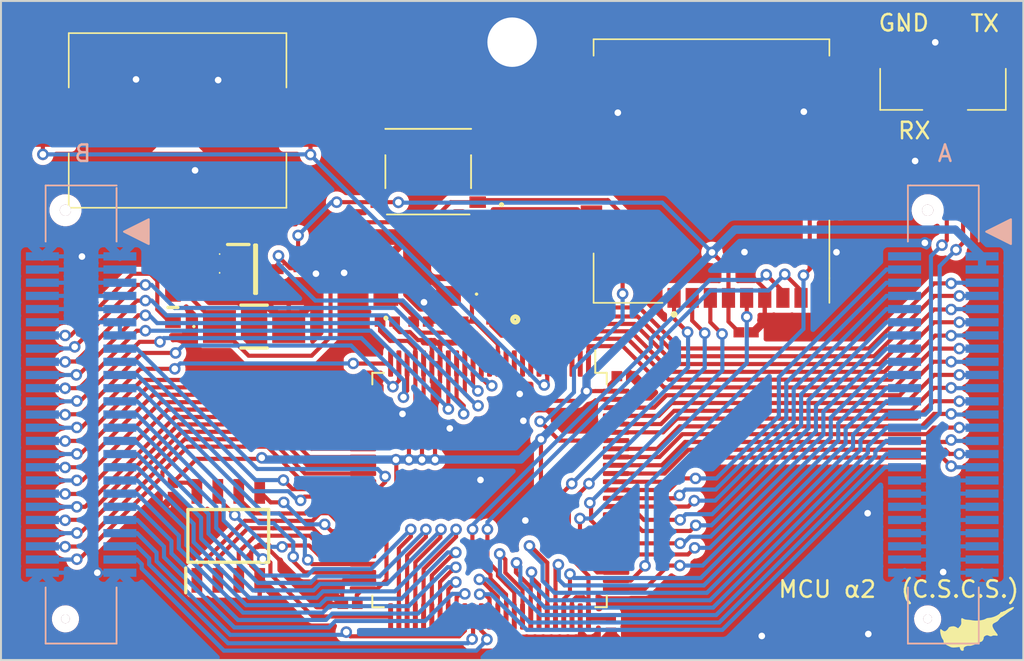
<source format=kicad_pcb>
(kicad_pcb (version 20221018) (generator pcbnew)
  (layers (0 "F.Cu" signal) (31 "B.Cu" signal) (34 "B.Paste" user) (35 "F.Paste" user) (36 "B.SilkS" user "B.Silkscreen") (37 "F.SilkS" user "F.Silkscreen") (38 "B.Mask" user) (39 "F.Mask" user) (44 "Edge.Cuts" user))
  (net 0 "")
  (net 1 "/RCC_OSC_IN")
  (net 2 "/RCC_OSC_OUT")
  (net 3 "/VBAT")
  (net 4 "GND")
  (net 5 "/SD_COM")
  (net 6 "/SD_DAT1")
  (net 7 "/SD_DAT0")
  (net 8 "/SD_CLK")
  (net 9 "/SD_CMD")
  (net 10 "/SD_DAT3")
  (net 11 "/SD_DAT2")
  (net 12 "/RCC_OSC32_OUT")
  (net 13 "/RCC_OSC32_IN")
  (net 14 "/MCU_BOOT0")
  (net 15 "Net-(Q1-G)")
  (net 16 "/MCU_NRESET")
  (net 17 "/PROG_PIN")
  (net 18 "/QSPI_IO3")
  (net 19 "/QSPI_CLK")
  (net 20 "/QSPI_IO0")
  (net 21 "/QSPI_IO2")
  (net 22 "/QSPI_IO1")
  (net 23 "/QSPI_CS")
  (net 24 "/SD_CD1")
  (net 25 "/B93_PIN")
  (net 26 "/B92_PIN")
  (net 27 "/B91_PIN")
  (net 28 "/B90_PIN")
  (net 29 "/B89_PIN")
  (net 30 "/B88_PIN")
  (net 31 "/B87_PIN")
  (net 32 "/B86_PIN")
  (net 33 "/B85_PIN")
  (net 34 "/B84_PIN")
  (net 35 "/B83_PIN")
  (net 36 "/B82_PIN")
  (net 37 "/B81_PIN")
  (net 38 "/B80_PIN")
  (net 39 "/B79_PIN")
  (net 40 "/B78_PIN")
  (net 41 "/B77_PIN")
  (net 42 "/B67_PIN")
  (net 43 "/B66_PIN")
  (net 44 "/B65_PIN")
  (net 45 "/B64_PIN")
  (net 46 "/B63_PIN")
  (net 47 "/B62_PIN")
  (net 48 "/B61_PIN")
  (net 49 "/B60_PIN")
  (net 50 "/B59_PIN")
  (net 51 "/B58_PIN")
  (net 52 "/B57_PIN")
  (net 53 "/B56_PIN")
  (net 54 "/B55_PIN")
  (net 55 "/B54_PIN")
  (net 56 "/B53_PIN")
  (net 57 "/B52_PIN")
  (net 58 "/A39_PIN")
  (net 59 "/A38_PIN")
  (net 60 "/A37_PIN")
  (net 61 "/A36_PIN")
  (net 62 "/A35_PIN")
  (net 63 "/A34_PIN")
  (net 64 "/A33_PIN")
  (net 65 "/A32_PIN")
  (net 66 "/A31_PIN")
  (net 67 "/A30_PIN")
  (net 68 "/A29_PIN")
  (net 69 "/A28_PIN")
  (net 70 "/A27_PIN")
  (net 71 "/A16_PIN")
  (net 72 "/A15_PIN")
  (net 73 "/A14_PIN")
  (net 74 "/A13_PIN")
  (net 75 "/A12_PIN")
  (net 76 "/A11_PIN")
  (net 77 "/A10_PIN")
  (net 78 "/A9_PIN")
  (net 79 "/A8_PIN")
  (net 80 "/A7_PIN")
  (net 81 "/A6_PIN")
  (net 82 "/A5_PIN")
  (net 83 "/A4_PIN")
  (net 84 "/A3_PIN")
  (net 85 "/A17_PIN")
  (net 86 "/A40_PIN")
  (net 87 "/A41_PIN")
  (net 88 "/A42_PIN")
  (net 89 "/B68_PIN")
  (net 90 "/VCC2")
  (net 91 "/VCC3")
  (footprint "SamacSys_Parts:ERJ2RKD1004X" (layer "F.Cu") (at 118.79 79.94 180)
    (fp_text reference "R3" hide)
    (fp_text value "ERJ-2RKF1002X" hide)
  )
  (footprint "SamacSys_Parts:PTZTFTE2530B" (layer "F.Cu") (at 121.83 83.2 90)
    (fp_text reference "Z1" hide)
    (fp_text value "PTZTFTE253.0B" hide)
  )
  (footprint "SamacSys_Parts:ERJ2RKD1004X" (layer "F.Cu") (at 118.79 78.8 180)
    (fp_text reference "R4" hide)
    (fp_text value "ERJ2RKF1003X" hide)
  )
  (footprint "SamacSys_Parts:FX135A327" (layer "F.Cu") (at 137.67 81.23)
    (fp_text reference "Y2" hide)
    (fp_text value "FX135A-327" hide)
  )
  (footprint "SamacSys_Parts:CAPC1005X55N" (layer "F.Cu") (at 143.47 101.35 -90)
    (fp_text reference "C5" hide)
    (fp_text value "GRM155R71A104KA01J" hide)
  )
  (footprint "SamacSys_Parts:CAPC1608X95N" (layer "F.Cu") (at 116.92 79.26 -90)
    (fp_text reference "C11" hide)
    (fp_text value "C0603C104K5RAC3121" hide)
  )
  (footprint "SamacSys_Parts:SOT95P237X112-3N" (layer "F.Cu") (at 121.92 79.72)
    (fp_text reference "Q1" hide)
    (fp_text value "IRLML6244TRPBF" hide)
  )
  (footprint "SamacSys_Parts:CAPC1005X55N" (layer "F.Cu") (at 134.07 82.9 180)
    (fp_text reference "C7" hide)
    (fp_text value "C0402C330K8RACTU" hide)
  )
  (footprint "SamacSys_Parts:ERJ2RKD1004X" (layer "F.Cu") (at 124.47 79.15 90)
    (fp_text reference "R1" hide)
    (fp_text value "ERJ-2RKF1002X" hide)
  )
  (footprint "SamacSys_Parts:RESC1608X55N" (layer "F.Cu") (at 116.91 82.04 -90)
    (fp_text reference "R2" hide)
    (fp_text value "CHP0603QFX-1001ELF" hide)
  )
  (footprint "SamacSys_Parts:C0402" (layer "F.Cu") (at 138.67 82.77)
    (fp_text reference "C9" hide)
    (fp_text value "C0402C220K5RACAUTO" hide)
  )
  (footprint "SamacSys_Parts:12411503" (layer "F.Cu") (at 163.61 68.8005 180)
    (fp_text reference "J3" hide)
    (fp_text value "1241150-3" hide)
  )
  (footprint "SamacSys_Parts:405C35D10M00000" (layer "F.Cu") (at 131.72 80.24)
    (fp_text reference "Y1" hide)
    (fp_text value "405C35D10M00000" hide)
  )
  (footprint "LOGO" (layer "F.Cu") (at 165.54 101.51)
    (fp_text reference "G***" hide)
    (fp_text value "LOGO" hide)
  )
  (footprint "SamacSys_Parts:045138008100858" (layer "F.Cu") (at 149.57 73.91)
    (fp_text reference "J1" hide)
    (fp_text value "045138008100858+" hide)
  )
  (footprint "SamacSys_Parts:CAPC1005X55N" (layer "F.Cu") (at 151.67 83.55)
    (fp_text reference "C1" hide)
    (fp_text value "GRM155R71A104KA01J" hide)
  )
  (footprint "SamacSys_Parts:CAPC1005X55N" (layer "F.Cu") (at 129.91 82.9)
    (fp_text reference "C2" hide)
    (fp_text value "GRM155R71A104KA01J" hide)
  )
  (footprint "SamacSys_Parts:CAPC1005X55N" (layer "F.Cu") (at 116.905 93.115 -90)
    (fp_text reference "C10" hide)
    (fp_text value "GRM155R71A104KA01J" hide)
  )
  (footprint "SamacSys_Parts:CAPC1005X55N" (layer "F.Cu") (at 144.27 86.21)
    (fp_text reference "C4" hide)
    (fp_text value "GRM155R71A104KA01J" hide)
  )
  (footprint "SamacSys_Parts:SMTM1225TR" (layer "F.Cu") (at 117.19 70.69 180)
    (fp_text reference "U2" hide)
    (fp_text value "SMTM1225.TR" hide)
  )
  (footprint "SamacSys_Parts:SOIC127P600X175-8N" (layer "F.Cu") (at 120.265 95.905 90)
    (fp_text reference "IC1" hide)
    (fp_text value "APS6404L-3SQR-SN" hide)
  )
  (footprint "SamacSys_Parts:C0402" (layer "F.Cu") (at 136.67 82.77 180)
    (fp_text reference "C8" hide)
    (fp_text value "C0402C220K5RACAUTO" hide)
  )
  (footprint "Package_QFP:LQFP-100_14x14mm_P0.5mm" (layer "F.Cu") (at 136.11 93.12 -90)
    (fp_text reference "U1" hide)
    (fp_text value "STM32L552VETx" hide)
  )
  (footprint "SamacSys_Parts:PTS526SKG15SMTR2LFS" (layer "F.Cu") (at 132.39 73.8 180)
    (fp_text reference "S2" hide)
    (fp_text value "PTS526_SK08_SMTR2_LFS" hide)
  )
  (footprint "SamacSys_Parts:CAPC1005X55N" (layer "F.Cu") (at 126.37 87.54 90)
    (fp_text reference "C3" hide)
    (fp_text value "GRM155R71A104KA01J" hide)
  )
  (footprint "SamacSys_Parts:CAPC1005X55N" (layer "F.Cu") (at 127.65 100.03 180)
    (fp_text reference "C12" hide)
    (fp_text value "GRM155R71A104KA01J" hide)
  )
  (footprint "SamacSys_Parts:CAPC1005X55N" (layer "F.Cu") (at 131.95 82.9 180)
    (fp_text reference "C6" hide)
    (fp_text value "C0402C330K8RACTU" hide)
  )
  (footprint "USIB2:MCU_4062_100_MODULE_FX6" (layer "B.Cu") (at 137.48 83.44 180)
    (fp_text reference "H1" hide)
    (fp_text value "MCU_4062_100_MODULE_FX6" hide)
    (fp_rect (start -31 20) (end 31 -20) (stroke (width 0.12)) (fill none) (layer "Edge.Cuts"))
  )
  (gr_text "TX" (at 165.19 65.39) (layer "F.SilkS") (effects (font (size 1 1)) (justify left bottom)))
  (gr_text "RX" (at 160.79 71.9) (layer "F.SilkS") (effects (font (size 1 1)) (justify left bottom)))
  (gr_text "MCU α2  (C.S.C.S.)" (at 168.31 99.73) (layer "F.SilkS") (effects (font (size 1 1)) (justify right bottom)))
  (gr_text "GND" (at 159.61 65.36) (layer "F.SilkS") (effects (font (size 1 1)) (justify left bottom)))
  (segment (start 133.62 79.14) (end 135.04 80.56) (width 0.25) (layer "F.Cu") (net 1))
  (segment (start 135.04 80.56) (end 135.04 82.9) (width 0.25) (layer "F.Cu") (net 1))
  (segment (start 134.51 82.9) (end 134.596802 82.813198) (width 0.25) (layer "F.Cu") (net 1))
  (segment (start 134.51 82.9) (end 135.24 82.9) (width 0.25) (layer "F.Cu") (net 1))
  (segment (start 135.24 82.9) (end 136.61 84.27) (width 0.25) (layer "F.Cu") (net 1))
  (segment (start 136.61 84.27) (end 136.61 85.445) (width 0.25) (layer "F.Cu") (net 1))
  (segment (start 131.95 83.57) (end 131.51 83.13) (width 0.25) (layer "F.Cu") (net 2))
  (segment (start 131.51 82.57) (end 131.51 82.9) (width 0.25) (layer "F.Cu") (net 2))
  (segment (start 136.11 85.445) (end 136.11 84.406396) (width 0.25) (layer "F.Cu") (net 2))
  (segment (start 131.51 83.13) (end 131.51 82.9) (width 0.25) (layer "F.Cu") (net 2))
  (segment (start 129.82 81.34) (end 130.28 81.34) (width 0.25) (layer "F.Cu") (net 2))
  (segment (start 135.273604 83.57) (end 131.95 83.57) (width 0.25) (layer "F.Cu") (net 2))
  (segment (start 130.28 81.34) (end 131.51 82.57) (width 0.25) (layer "F.Cu") (net 2))
  (segment (start 136.11 84.406396) (end 135.273604 83.57) (width 0.25) (layer "F.Cu") (net 2))
  (segment (start 109.02 72.75) (end 109.02 70.71) (width 0.25) (layer "F.Cu") (net 3))
  (segment (start 125.25 70.8) (end 125.14 70.69) (width 0.25) (layer "F.Cu") (net 3))
  (segment (start 109.02 70.71) (end 109.04 70.69) (width 0.25) (layer "F.Cu") (net 3))
  (segment (start 139.424321 86.746825) (end 139.61 86.561146) (width 0.25) (layer "F.Cu") (net 3))
  (segment (start 125.25 72.76) (end 125.25 70.8) (width 0.25) (layer "F.Cu") (net 3))
  (segment (start 139.61 86.561146) (end 139.61 85.445) (width 0.25) (layer "F.Cu") (net 3))
  (via (at 109.02 72.75) (size 0.7) (drill 0.4) (layers "F.Cu" "B.Cu") (net 3))
  (via (at 139.424321 86.746825) (size 0.7) (drill 0.4) (layers "F.Cu" "B.Cu") (net 3))
  (via (at 125.25 72.76) (size 0.7) (drill 0.4) (layers "F.Cu" "B.Cu") (net 3))
  (segment (start 139.216825 86.746825) (end 125.25 72.78) (width 0.25) (layer "B.Cu") (net 3))
  (segment (start 125.25 72.78) (end 125.25 72.76) (width 0.25) (layer "B.Cu") (net 3))
  (segment (start 109.02 72.75) (end 109.02 72.74) (width 0.25) (layer "B.Cu") (net 3))
  (segment (start 125.24 72.75) (end 109.02 72.75) (width 0.25) (layer "B.Cu") (net 3))
  (segment (start 125.25 72.76) (end 125.24 72.75) (width 0.25) (layer "B.Cu") (net 3))
  (segment (start 139.424321 86.746825) (end 139.216825 86.746825) (width 0.25) (layer "B.Cu") (net 3))
  (segment (start 109.02 72.74) (end 109.04 72.76) (width 0.25) (layer "B.Cu") (net 3))
  (segment (start 127.14 80.04) (end 127.14 83.79) (width 0.25) (layer "F.Cu") (net 4))
  (segment (start 121.9 79.39) (end 121.83 79.46) (width 0.25) (layer "F.Cu") (net 4))
  (segment (start 129.125 86.36) (end 129.56 86.795) (width 0.25) (layer "F.Cu") (net 4))
  (segment (start 132.39 82.9) (end 132.99 82.9) (width 0.25) (layer "F.Cu") (net 4))
  (segment (start 152.59 102.53) (end 144.21 102.53) (width 0.25) (layer "F.Cu") (net 4))
  (segment (start 157.12 82.15) (end 157.12 78.72) (width 0.25) (layer "F.Cu") (net 4))
  (segment (start 132.56 84.02) (end 132.61 84.07) (width 0.25) (layer "F.Cu") (net 4))
  (segment (start 138.796447 88.283553) (end 142.086447 88.283553) (width 0.25) (layer "F.Cu") (net 4))
  (segment (start 133.71 89.37) (end 133.7 89.38) (width 0.25) (layer "F.Cu") (net 4))
  (segment (start 117.16 70.69) (end 117.19 70.69) (width 0.25) (layer "F.Cu") (net 4))
  (segment (start 157.15 78.69) (end 157.12 78.66) (width 0.25) (layer "F.Cu") (net 4))
  (segment (start 142.086447 88.283553) (end 142.75 87.62) (width 0.25) (layer "F.Cu") (net 4))
  (segment (start 120.275 73.705) (end 118.265 73.705) (width 0.25) (layer "F.Cu") (net 4))
  (segment (start 123.025 76.995) (end 121.9 78.12) (width 0.25) (layer "F.Cu") (net 4))
  (segment (start 157.12 75.88) (end 156.85 75.61) (width 0.25) (layer "F.Cu") (net 4))
  (segment (start 137.65 82.77) (end 137.65 78.77) (width 0.25) (layer "F.Cu") (net 4))
  (segment (start 152.8 80.914595) (end 151.57 79.684595) (width 0.25) (layer "F.Cu") (net 4))
  (segment (start 135.7 92.73) (end 135.7 92.65) (width 0.25) (layer "F.Cu") (net 4))
  (segment (start 119.71 79.208) (end 119.71 79.532) (width 0.25) (layer "F.Cu") (net 4))
  (segment (start 117.2 70.69) (end 117.19 70.69) (width 0.25) (layer "F.Cu") (net 4))
  (segment (start 133.54 81.34) (end 131.34 79.14) (width 0.25) (layer "F.Cu") (net 4))
  (segment (start 129.39 71.95) (end 130.32 72.88) (width 0.25) (layer "F.Cu") (net 4))
  (segment (start 159.2 102.53) (end 152.59 102.53) (width 0.25) (layer "F.Cu") (net 4))
  (segment (start 115.31 98.14) (end 111.3 98.14) (width 0.25) (layer "F.Cu") (net 4))
  (segment (start 134.51 91.46) (end 134.51 90.19) (width 0.25) (layer "F.Cu") (net 4))
  (segment (start 158.97 69.41) (end 161.0545 67.3255) (width 0.25) (layer "F.Cu") (net 4))
  (segment (start 137.94 94.97) (end 135.7 92.73) (width 0.25) (layer "F.Cu") (net 4))
  (segment (start 132.99 82.9) (end 132.94 82.85) (width 0.25) (layer "F.Cu") (net 4))
  (segment (start 161.92 73.15) (end 159 73.15) (width 0.25) (layer "F.Cu") (net 4))
  (segment (start 116.37 99.2) (end 116.905 98.665) (width 0.25) (layer "F.Cu") (net 4))
  (segment (start 128.435 87.62) (end 127.22 87.62) (width 0.25) (layer "F.Cu") (net 4))
  (segment (start 135.39 71.95) (end 136.28 72.84) (width 0.25) (layer "F.Cu") (net 4))
  (segment (start 134.51 90.19) (end 133.7 89.38) (width 0.25) (layer "F.Cu") (net 4))
  (segment (start 159.445 102.225) (end 159.505 102.225) (width 0.25) (layer "F.Cu") (net 4))
  (segment (start 121.95 96.56) (end 121.66 96.85) (width 0.25) (layer "F.Cu") (net 4))
  (segment (start 137.09 66.39) (end 137.48 66) (width 0.25) (layer "F.Cu") (net 4))
  (segment (start 130.83 88.5) (end 130.67 88.51) (width 0.25) (layer "F.Cu") (net 4))
  (segment (start 121.9 78.12) (end 121.9 79.39) (width 0.25) (layer "F.Cu") (net 4))
  (segment (start 152.8 81.46) (end 152.8 82.53) (width 0.25) (layer "F.Cu") (net 4))
  (segment (start 112.32 98.14) (end 109.7 98.14) (width 0.25) (layer "F.Cu") (net 4))
  (segment (start 159.08 101.86) (end 159.445 102.225) (width 0.25) (layer "F.Cu") (net 4))
  (segment (start 133.69 89.37) (end 133.7 89.38) (width 0.25) (layer "F.Cu") (net 4))
  (segment (start 130.32 72.88) (end 134.46 72.88) (width 0.25) (layer "F.Cu") (net 4))
  (segment (start 142.72 102.54) (end 142.489315 102.54) (width 0.25) (layer "F.Cu") (net 4))
  (segment (start 127.24 79.94) (end 127.14 80.04) (width 0.25) (layer "F.Cu") (net 4))
  (segment (start 122.17 100.08) (end 122.17 98.605) (width 0.25) (layer "F.Cu") (net 4))
  (segment (start 133.11 85.445) (end 133.11 84.36) (width 0.25) (layer "F.Cu") (net 4))
  (segment (start 129.56 86.795) (end 129.56 87.42) (width 0.25) (layer "F.Cu") (net 4))
  (segment (start 132.94 82.36) (end 132.94 82.85) (width 0.25) (layer "F.Cu") (net 4))
  (segment (start 116.37 99.2) (end 115.31 98.14) (width 0.25) (layer "F.Cu") (net 4))
  (segment (start 162.51 78.1195) (end 162.51 78.714595) (width 0.25) (layer "F.Cu") (net 4))
  (segment (start 144.71 86.21) (end 145.06 86.21) (width 0.25) (layer "F.Cu") (net 4))
  (segment (start 127.26 98.62) (end 127.17 98.71) (width 0.25) (layer "F.Cu") (net 4))
  (segment (start 122.74 76.17) (end 120.275 73.705) (width 0.25) (layer "F.Cu") (net 4))
  (segment (start 131.66 78.6) (end 132.045 78.215) (width 0.25) (layer "F.Cu") (net 4))
  (segment (start 152.62 102.5) (end 152.59 102.53) (width 0.25) (layer "F.Cu") (net 4))
  (segment (start 132.87 88.56) (end 133.68 89.37) (width 0.25) (layer "F.Cu") (net 4))
  (segment (start 130.35 83.23) (end 130.655 83.535) (width 0.25) (layer "F.Cu") (net 4))
  (segment (start 141.61 101.660685) (end 141.61 100.795) (width 0.25) (layer "F.Cu") (net 4))
  (segment (start 161.48 65.95) (end 161.07 66.36) (width 0.25) (layer "F.Cu") (net 4))
  (segment (start 132.305659 81.725659) (end 132.94 82.36) (width 0.25) (layer "F.Cu") (net 4))
  (segment (start 124.2145 83.4845) (end 123.93 83.2) (width 0.25) (layer "F.Cu") (net 4))
  (segment (start 139.32 77.1) (end 142.29 77.1) (width 0.25) (layer "F.Cu") (net 4))
  (segment (start 137.71 89.37) (end 133.71 89.37) (width 0.25) (layer "F.Cu") (net 4))
  (segment (start 109.7 98.14) (end 108.91 97.35) (width 0.25) (layer "F.Cu") (net 4))
  (segment (start 158.97 69.4655) (end 158.97 69.41) (width 0.25) (layer "F.Cu") (net 4))
  (segment (start 131.34 79.14) (end 129.82 79.14) (width 0.25) (layer "F.Cu") (net 4))
  (segment (start 137.94 94.97) (end 137.86 94.89) (width 0.25) (layer "F.Cu") (net 4))
  (segment (start 137.12 82.77) (end 137.65 82.77) (width 0.25) (layer "F.Cu") (net 4))
  (segment (start 152.8 82.53) (end 153.39 83.12) (width 0.25) (layer "F.Cu") (net 4))
  (segment (start 156.15 83.12) (end 157.12 82.15) (width 0.25) (layer "F.Cu") (net 4))
  (segment (start 166.15 94.54) (end 166.15 95.56) (width 0.25) (layer "F.Cu") (net 4))
  (segment (start 118.235 73.705) (end 118.185 73.705) (width 0.25) (layer "F.Cu") (net 4))
  (segment (start 151.57 79.684595) (end 151.57 78.68) (width 0.25) (layer "F.Cu") (net 4))
  (segment (start 142.75 87.62) (end 143.785 87.62) (width 0.25) (layer "F.Cu") (net 4))
  (segment (start 126.15 75.19) (end 129.39 71.95) (width 0.25) (layer "F.Cu") (net 4))
  (segment (start 133.11 85.445) (end 133.11 86.58) (width 0.25) (layer "F.Cu") (net 4))
  (segment (start 130.65 88.51) (end 130.65 88.51) (width 0.25) (layer "F.Cu") (net 4))
  (segment (start 158.97 77.75) (end 158.97 74.93) (width 0.25) (layer "F.Cu") (net 4))
  (segment (start 118.265 73.705) (end 118.25 73.72) (width 0.25) (layer "F.Cu") (net 4))
  (segment (start 119.17 72.72) (end 112.94 78.95) (width 0.25) (layer "F.Cu") (net 4))
  (segment (start 121.83 79.46) (end 119.782 79.46) (width 0.25) (layer "F.Cu") (net 4))
  (segment (start 162.51 78.714595) (end 163.215405 79.42) (width 0.25) (layer "F.Cu") (net 4))
  (segment (start 127.17 98.71) (end 127.17 99.82) (width 0.25) (layer "F.Cu") (net 4))
  (segment (start 131.66 79.57) (end 131.66 78.6) (width 0.25) (layer "F.Cu") (net 4))
  (segment (start 119.302 78.8) (end 119.71 79.208) (width 0.25) (layer "F.Cu") (net 4))
  (segment (start 126.036209 100.03) (end 122.566209 96.56) (width 0.25) (layer "F.Cu") (net 4))
  (segment (start 157.12 78.66) (end 157.12 75.88) (width 0.25) (layer "F.Cu") (net 4))
  (segment (start 133.62 81.34) (end 133.54 81.34) (width 0.25) (layer "F.Cu") (net 4))
  (segment (start 142.29 68.6) (end 143.86 70.17) (width 0.25) (layer "F.Cu") (net 4))
  (segment (start 117.09 70.69) (end 117.14 70.69) (width 0.25) (layer "F.Cu") (net 4))
  (segment (start 145.46 87.19) (end 145.03 87.62) (width 0.25) (layer "F.Cu") (net 4))
  (segment (start 132.61 86.554194) (end 132.61 85.445) (width 0.25) (layer "F.Cu") (net 4))
  (segment (start 158.97 74.93) (end 158.97 73.18) (width 0.25) (layer "F.Cu") (net 4))
  (segment (start 127.696396 86.36) (end 129.125 86.36) (width 0.25) (layer "F.Cu") (net 4))
  (segment (start 145.06 86.21) (end 145.46 86.61) (width 0.25) (layer "F.Cu") (net 4))
  (segment (start 130.67 88.51) (end 130.66 88.51) (width 0.25) (layer "F.Cu") (net 4))
  (segment (start 163.62 98.09) (end 163.62 98.1) (width 0.25) (layer "F.Cu") (net 4))
  (segment (start 137.61 86.310685) (end 137.91 86.610685) (width 0.25) (layer "F.Cu") (net 4))
  (segment (start 138.16 88.92) (end 138.796447 88.283553) (width 0.25) (layer "F.Cu") (net 4))
  (segment (start 166.14 94.53) (end 166.15 94.54) (width 0.25) (layer "F.Cu") (net 4))
  (segment (start 152.8 82.86) (end 152.11 83.55) (width 0.25) (layer "F.Cu") (net 4))
  (segment (start 163.14 65.95) (end 161.48 65.95) (width 0.25) (layer "F.Cu") (net 4))
  (segment (start 123.93 83.2) (end 123.93 81.64) (width 0.25) (layer "F.Cu") (net 4))
  (segment (start 121.66 96.85) (end 121.66 97.71) (width 0.25) (layer "F.Cu") (net 4))
  (segment (start 157.12 78.72) (end 157.15 78.69) (width 0.25) (layer "F.Cu") (net 4))
  (segment (start 117.78 100.61) (end 116.37 99.2) (width 0.25) (layer "F.Cu") (net 4))
  (segment (start 133.11 84.36) (end 132.77 84.02) (width 0.25) (layer "F.Cu") (net 4))
  (segment (start 126.15 75.19) (end 125.17 76.17) (width 0.25) (layer "F.Cu") (net 4))
  (segment (start 155.11 70.22) (end 143.89 70.22) (width 0.25) (layer "F.Cu") (net 4))
  (segment (start 137.65 78.77) (end 139.32 77.1) (width 0.25) (layer "F.Cu") (net 4))
  (segment (start 163.62 98.11) (end 159.505 102.225) (width 0.25) (layer "F.Cu") (net 4))
  (segment (start 155.17 70.16) (end 155.11 70.22) (width 0.25) (layer "F.Cu") (net 4))
  (segment (start 158.97 70.02) (end 158.97 69.4655) (width 0.25) (layer "F.Cu") (net 4))
  (segment (start 159 73.15) (end 158.97 73.18) (width 0.25) (layer "F.Cu") (net 4))
  (segment (start 152.8 81.46) (end 152.8 82.86) (width 0.25) (layer "F.Cu") (net 4))
  (segment (start 118.185 73.705) (end 118.005 73.885) (width 0.25) (layer "F.Cu") (net 4))
  (segment (start 127.17 99.82) (end 127.4 100.05) (width 0.25) (layer "F.Cu") (net 4))
  (segment (start 120.14 79.94) (end 119.302 79.94) (width 0.25) (layer "F.Cu") (net 4))
  (segment (start 134.46 72.88) (end 135.39 71.95) (width 0.25) (layer "F.Cu") (net 4))
  (segment (start 137.94 87.29) (end 137.91 87.22) (width 0.25) (layer "F.Cu") (net 4))
  (segment (start 138.28 94.97) (end 137.94 94.97) (width 0.25) (layer "F.Cu") (net 4))
  (segment (start 125.58 79.99) (end 125.58 75.76) (width 0.25) (layer "F.Cu") (net 4))
  (segment (start 132.94 82.36) (end 133.62 81.68) (width 0.25) (layer "F.Cu") (net 4))
  (segment (start 128.435 87.62) (end 129.36 87.62) (width 0.25) (layer "F.Cu") (net 4))
  (segment (start 126.69 87.08) (end 126.39 87.08) (width 0.25) (layer "F.Cu") (net 4))
  (segment (start 132.134341 81.725659) (end 132.305659 81.725659) (width 0.25) (layer "F.Cu") (net 4))
  (segment (start 127.14 83.83) (end 127.14 85.803604) (width 0.25) (layer "F.Cu") (net 4))
  (segment (start 132.872903 86.817097) (end 132.87 86.82) (width 0.25) (layer "F.Cu") (net 4))
  (segment (start 124.345 76.995) (end 123.025 76.995) (width 0.25) (layer "F.Cu") (net 4))
  (segment (start 129.82 79.14) (end 129.805 79.125) (width 0.25) (layer "F.Cu") (net 4))
  (segment (start 137.91 86.610685) (end 137.94 87.29) (width 0.25) (layer "F.Cu") (net 4))
  (segment (start 145.03 87.62) (end 143.785 87.62) (width 0.25) (layer "F.Cu") (net 4))
  (segment (start 161.07 66.36) (end 161.07 67.3255) (width 0.25) (layer "F.Cu") (net 4))
  (segment (start 143.47 101.79) (end 142.72 102.54) (width 0.25) (layer "F.Cu") (net 4))
  (segment (start 158.97 77.73) (end 158.97 74.93) (width 0.25) (layer "F.Cu") (net 4))
  (segment (start 137.095 78.215) (end 137.65 78.77) (width 0.25) (layer "F.Cu") (net 4))
  (segment (start 159.04 94.53) (end 166.14 94.53) (width 0.25) (layer "F.Cu") (net 4))
  (segment (start 133.11 86.58) (end 132.872903 86.817097) (width 0.25) (layer "F.Cu") (net 4))
  (segment (start 142.489315 102.54) (end 141.61 101.660685) (width 0.25) (layer "F.Cu") (net 4))
  (segment (start 118.25 73.72) (end 118.235 73.705) (width 0.25) (layer "F.Cu") (net 4))
  (segment (start 128.055 79.125) (end 127.29 79.89) (width 0.25) (layer "F.Cu") (net 4))
  (segment (start 121.37 100.61) (end 117.78 100.61) (width 0.25) (layer "F.Cu") (net 4))
  (segment (start 130.35 82.9) (end 130.35 83.23) (width 0.25) (layer "F.Cu") (net 4))
  (segment (start 132.77 84.02) (end 132.56 84.02) (width 0.25) (layer "F.Cu") (net 4))
  (segment (start 138.06 72.84) (end 142.29 68.61) (width 0.25) (layer "F.Cu") (net 4))
  (segment (start 124.956532 102.866532) (end 122.17 100.08) (width 0.25) (layer "F.Cu") (net 4))
  (segment (start 155.17 70.16) (end 155.29 70.16) (width 0.25) (layer "F.Cu") (net 4))
  (segment (start 125.58 75.76) (end 126.15 75.19) (width 0.25) (layer "F.Cu") (net 4))
  (segment (start 166.15 80.23) (end 166.15 94.54) (width 0.25) (layer "F.Cu") (net 4))
  (segment (start 137.61 85.445) (end 137.61 86.310685) (width 0.25) (layer "F.Cu") (net 4))
  (segment (start 143.86 70.17) (end 143.89 70.22) (width 0.25) (layer "F.Cu") (net 4))
  (segment (start 166.15 95.56) (end 163.62 98.09) (width 0.25) (layer "F.Cu") (net 4))
  (segment (start 137.09 72.84) (end 138.06 72.84) (width 0.25) (layer "F.Cu") (net 4))
  (segment (start 142.393468 102.866532) (end 124.956532 102.866532) (width 0.25) (layer "F.Cu") (net 4))
  (segment (start 108.91 97.35) (end 108.91 81.43) (width 0.25) (layer "F.Cu") (net 4))
  (segment (start 159.3395 78.1195) (end 158.97 77.75) (width 0.25) (layer "F.Cu") (net 4))
  (segment (start 123.93 81.64) (end 125.58 79.99) (width 0.25) (layer "F.Cu") (net 4))
  (segment (start 133.62 81.68) (end 133.62 81.34) (width 0.25) (layer "F.Cu") (net 4))
  (segment (start 119.782 79.46) (end 119.302 79.94) (width 0.25) (layer "F.Cu") (net 4))
  (segment (start 132.045 78.215) (end 137.095 78.215) (width 0.25) (layer "F.Cu") (net 4))
  (segment (start 155.29 70.16) (end 156.85 68.6) (width 0.25) (layer "F.Cu") (net 4))
  (segment (start 127.29 79.89) (end 127.29 79.94) (width 0.25) (layer "F.Cu") (net 4))
  (segment (start 121.66 97.71) (end 122.17 98.22) (width 0.25) (layer "F.Cu") (net 4))
  (segment (start 158.97 73.18) (end 158.97 69.4655) (width 0.25) (layer "F.Cu") (net 4))
  (segment (start 161.0545 67.3255) (end 161.07 67.3255) (width 0.25) (layer "F.Cu") (net 4))
  (segment (start 156.85 68.6) (end 158.27 70.02) (width 0.25) (layer "F.Cu") (net 4))
  (segment (start 114.67 68.2) (end 117.16 70.69) (width 0.25) (layer "F.Cu") (net 4))
  (segment (start 159.505 102.225) (end 159.2 102.53) (width 0.25) (layer "F.Cu") (net 4))
  (segment (start 126.39 87.08) (end 126.37 87.1) (width 0.25) (layer "F.Cu") (net 4))
  (segment (start 132.61 84.07) (end 132.61 85.445) (width 0.25) (layer "F.Cu") (net 4))
  (segment (start 127.14 85.803604) (end 127.696396 86.36) (width 0.25) (layer "F.Cu") (net 4))
  (segment (start 119.65 68.24) (end 117.2 70.69) (width 0.25) (layer "F.Cu") (net 4))
  (segment (start 122.566209 96.56) (end 121.95 96.56) (width 0.25) (layer "F.Cu") (net 4))
  (segment (start 126.69 87.09) (end 126.69 87.08) (width 0.25) (layer "F.Cu") (net 4))
  (segment (start 142.29 68.61) (end 142.29 68.6) (width 0.25) (layer "F.Cu") (net 4))
  (segment (start 132.87 86.82) (end 132.87 88.56) (width 0.25) (layer "F.Cu") (net 4))
  (segment (start 131.763604 84.02) (end 132.56 84.02) (width 0.25) (layer "F.Cu") (net 4))
  (segment (start 129.56 87.42) (end 130.64 88.5) (width 0.25) (layer "F.Cu") (net 4))
  (segment (start 127.21 100.03) (end 126.036209 100.03) (width 0.25) (layer "F.Cu") (net 4))
  (segment (start 131.278604 83.535) (end 131.763604 84.02) (width 0.25) (layer "F.Cu") (net 4))
  (segment (start 130.655 83.535) (end 131.278604 83.535) (width 0.25) (layer "F.Cu") (net 4))
  (segment (start 132.99 82.9) (end 133.63 82.9) (width 0.25) (layer "F.Cu") (net 4))
  (segment (start 158.27 70.02) (end 158.97 70.02) (width 0.25) (layer "F.Cu") (net 4))
  (segment (start 129.805 79.125) (end 128.055 79.125) (width 0.25) (layer "F.Cu") (net 4))
  (segment (start 156.85 75.61) (end 158.97 77.73) (width 0.25) (layer "F.Cu") (net 4))
  (segment (start 143.47 101.79) (end 142.393468 102.866532) (width 0.25) (layer "F.Cu") (net 4))
  (segment (start 119.71 79.532) (end 119.302 79.94) (width 0.25) (layer "F.Cu") (net 4))
  (segment (start 145.46 86.61) (end 145.46 87.19) (width 0.25) (layer "F.Cu") (net 4))
  (segment (start 120.87 80.67) (end 120.14 79.94) (width 0.25) (layer "F.Cu") (net 4))
  (segment (start 163.215405 79.42) (end 165.34 79.42) (width 0.25) (layer "F.Cu") (net 4))
  (segment (start 127.22 87.62) (end 126.69 87.09) (width 0.25) (layer "F.Cu") (net 4))
  (segment (start 162.51 78.1195) (end 159.3395 78.1195) (width 0.25) (layer "F.Cu") (net 4))
  (segment (start 152.8 81.46) (end 152.8 80.914595) (width 0.25) (layer "F.Cu") (net 4))
  (segment (start 153.39 83.12) (end 156.15 83.12) (width 0.25) (layer "F.Cu") (net 4))
  (segment (start 129.36 87.62) (end 129.56 87.42) (width 0.25) (layer "F.Cu") (net 4))
  (segment (start 133.68 89.37) (end 133.69 89.37) (width 0.25) (layer "F.Cu") (net 4))
  (segment (start 125.17 76.17) (end 122.74 76.17) (width 0.25) (layer "F.Cu") (net 4))
  (segment (start 144.21 102.53) (end 143.47 101.79) (width 0.25) (layer "F.Cu") (net 4))
  (segment (start 116.905 98.665) (end 116.905 93.555) (width 0.25) (layer "F.Cu") (net 4))
  (segment (start 126.15 75.19) (end 124.345 76.995) (width 0.25) (layer "F.Cu") (net 4))
  (segment (start 112.94 78.95) (end 111.39 78.95) (width 0.25) (layer "F.Cu") (net 4))
  (segment (start 130.64 88.5) (end 130.83 88.5) (width 0.25) (layer "F.Cu") (net 4))
  (segment (start 137.65 82.77) (end 138.22 82.77) (width 0.25) (layer "F.Cu") (net 4))
  (segment (start 127.29 79.94) (end 127.24 79.94) (width 0.25) (layer "F.Cu") (net 4))
  (segment (start 122.17 99.81) (end 121.37 100.61) (width 0.25) (layer "F.Cu") (net 4))
  (segment (start 136.28 72.84) (end 137.09 72.84) (width 0.25) (layer "F.Cu") (net 4))
  (segment (start 128.435 98.62) (end 127.26 98.62) (width 0.25) (layer "F.Cu") (net 4))
  (segment (start 165.34 79.42) (end 166.15 80.23) (width 0.25) (layer "F.Cu") (net 4))
  (segment (start 152.62 101.98) (end 152.62 102.5) (width 0.25) (layer "F.Cu") (net 4))
  (segment (start 137.09 72.84) (end 137.09 66.39) (width 0.25) (layer "F.Cu") (net 4))
  (segment (start 122.17 98.605) (end 122.17 99.81) (width 0.25) (layer "F.Cu") (net 4))
  (segment (start 108.91 81.43) (end 111.39 78.95) (width 0.25) (layer "F.Cu") (net 4))
  (segment (start 138.16 88.92) (end 137.71 89.37) (width 0.25) (layer "F.Cu") (net 4))
  (segment (start 132.872903 86.817097) (end 132.61 86.554194) (width 0.25) (layer "F.Cu") (net 4))
  (segment (start 163.62 98.1) (end 163.62 98.11) (width 0.25) (layer "F.Cu") (net 4))
  (segment (start 135.7 92.65) (end 135.56 92.51) (width 0.25) (layer "F.Cu") (net 4))
  (segment (start 122.17 98.22) (end 122.17 98.605) (width 0.25) (layer "F.Cu") (net 4))
  (segment (start 123.56 80.67) (end 120.87 80.67) (width 0.25) (layer "F.Cu") (net 4))
  (segment (start 123.93 83.2) (end 123.93 81.04) (width 0.25) (layer "F.Cu") (net 4))
  (segment (start 131.78 79.69) (end 131.66 79.57) (width 0.25) (layer "F.Cu") (net 4))
  (segment (start 117.14 70.69) (end 119.17 72.72) (width 0.25) (layer "F.Cu") (net 4))
  (segment (start 123.93 81.04) (end 123.56 80.67) (width 0.25) (layer "F.Cu") (net 4))
  (segment (start 135.56 92.51) (end 134.51 91.46) (width 0.25) (layer "F.Cu") (net 4))
  (via (at 111.39 78.95) (size 0.7) (drill 0.4) (layers "F.Cu" "B.Cu") (net 4))
  (via (at 138.28 94.97) (size 0.7) (drill 0.4) (layers "F.Cu" "B.Cu") (net 4))
  (via (at 152.62 101.98) (size 0.7) (drill 0.4) (layers "F.Cu" "B.Cu") (net 4))
  (via (at 159.04 94.53) (size 0.7) (drill 0.4) (layers "F.Cu" "B.Cu") (net 4))
  (via (at 114.67 68.2) (size 0.7) (drill 0.4) (layers "F.Cu" "B.Cu") (net 4))
  (via (at 163.62 98.1) (size 0.7) (drill 0.4) (layers "F.Cu" "B.Cu") (net 4))
  (via (at 135.56 92.51) (size 0.7) (drill 0.4) (layers "F.Cu" "B.Cu") (net 4))
  (via (at 143.89 70.22) (size 0.7) (drill 0.4) (layers "F.Cu" "B.Cu") (net 4))
  (via (at 138.16 88.92) (size 0.7) (drill 0.4) (layers "F.Cu" "B.Cu") (net 4))
  (via (at 151.57 78.68) (size 0.7) (drill 0.4) (layers "F.Cu" "B.Cu") (net 4))
  (via (at 155.17 70.16) (size 0.7) (drill 0.4) (layers "F.Cu" "B.Cu") (net 4))
  (via (at 159.08 101.86) (size 0.7) (drill 0.4) (layers "F.Cu" "B.Cu") (net 4))
  (via (at 137.48 65.94) (size 5) (drill 3) (layers "F.Cu" "B.Cu") (net 4))
  (via (at 125.58 79.99) (size 0.7) (drill 0.4) (layers "F.Cu" "B.Cu") (net 4))
  (via (at 132.134341 81.725659) (size 0.7) (drill 0.4) (layers "F.Cu" "B.Cu") (net 4))
  (via (at 161.92 73.15) (size 0.7) (drill 0.4) (layers "F.Cu" "B.Cu") (net 4))
  (via (at 162.51 78.1195) (size 0.7) (drill 0.4) (layers "F.Cu" "B.Cu") (net 4))
  (via (at 112.32 98.14) (size 0.7) (drill 0.4) (layers "F.Cu" "B.Cu") (net 4))
  (via (at 130.83 88.5) (size 0.7) (drill 0.4) (layers "F.Cu" "B.Cu") (net 4))
  (via (at 163.14 65.95) (size 0.7) (drill 0.4) (layers "F.Cu" "B.Cu") (net 4))
  (via (at 127.29 79.94) (size 0.7) (drill 0.4) (layers "F.Cu" "B.Cu") (net 4))
  (via (at 157.15 78.69) (size 0.7) (drill 0.4) (layers "F.Cu" "B.Cu") (net 4))
  (via (at 119.65 68.24) (size 0.7) (drill 0.4) (layers "F.Cu" "B.Cu") (net 4))
  (via (at 118.25 73.72) (size 0.7) (drill 0.4) (layers "F.Cu" "B.Cu") (net 4))
  (via (at 133.7 89.38) (size 0.7) (drill 0.4) (layers "F.Cu" "B.Cu") (net 4))
  (via (at 137.94 87.29) (size 0.7) (drill 0.4) (layers "F.Cu" "B.Cu") (net 4))
  (segment (start 165.98 97.34) (end 161.28 97.34) (width 0.25) (layer "B.Cu") (net 4))
  (segment (start 111.42 82.94) (end 108.99 82.94) (width 0.25) (layer "B.Cu") (net 4))
  (segment (start 165.98 98.14) (end 163.66 98.14) (width 0.25) (layer "B.Cu") (net 4))
  (segment (start 113.69 83.74) (end 113.69 82.94) (width 0.25) (layer "B.Cu") (net 4))
  (segment (start 111.39 78.94) (end 113.69 78.94) (width 0.25) (layer "B.Cu") (net 4))
  (segment (start 165.98 94.14) (end 161.28 94.14) (width 0.25) (layer "B.Cu") (net 4))
  (segment (start 113.69 82.94) (end 111.42 82.94) (width 0.25) (layer "B.Cu") (net 4))
  (segment (start 108.99 80.54) (end 113.69 80.54) (width 0.25) (layer "B.Cu") (net 4))
  (segment (start 132.285659 81.725659) (end 132.94 82.38) (width 0.25) (layer "B.Cu") (net 4))
  (segment (start 111.39 78.94) (end 111.39 82.91) (width 0.25) (layer "B.Cu") (net 4))
  (segment (start 130.83 88.5) (end 130.84 88.5) (width 0.25) (layer "B.Cu") (net 4))
  (segment (start 130.84 88.5) (end 131.7 89.36) (width 0.25) (layer "B.Cu") (net 4))
  (segment (start 151.58 78.69) (end 157.15 78.69) (width 0.25) (layer "B.Cu") (net 4))
  (segment (start 108.99 79.74) (end 113.69 79.74) (width 0.25) (layer "B.Cu") (net 4))
  (segment (start 151.57 78.68) (end 151.58 78.69) (width 0.25) (layer "B.Cu") (net 4))
  (segment (start 108.99 82.14) (end 113.69 82.14) (width 0.25) (layer "B.Cu") (net 4))
  (segment (start 125.58 79.99) (end 127.24 79.99) (width 0.25) (layer "B.Cu") (net 4))
  (segment (start 133.68 89.36) (end 133.7 89.38) (width 0.25) (layer "B.Cu") (net 4))
  (segment (start 165.98 92.54) (end 163.62 92.54) (width 0.25) (layer "B.Cu") (net 4))
  (segment (start 161.28 94.94) (end 165.98 94.94) (width 0.25) (layer "B.Cu") (net 4))
  (segment (start 161.28 93.34) (end 165.98 93.34) (width 0.25) (layer "B.Cu") (net 4))
  (segment (start 132.134341 81.725659) (end 132.285659 81.725659) (width 0.25) (layer "B.Cu") (net 4))
  (segment (start 137.89 87.29) (end 137.94 87.29) (width 0.25) (layer "B.Cu") (net 4))
  (segment (start 112.32 98.14) (end 111.29 98.14) (width 0.25) (layer "B.Cu") (net 4))
  (segment (start 163.62 92.54) (end 163.62 98.1) (width 0.25) (layer "B.Cu") (net 4))
  (segment (start 111.39 82.91) (end 111.42 82.94) (width 0.25) (layer "B.Cu") (net 4))
  (segment (start 127.24 79.99) (end 127.29 79.94) (width 0.25) (layer "B.Cu") (net 4))
  (segment (start 111.29 98.14) (end 108.99 98.14) (width 0.25) (layer "B.Cu") (net 4))
  (segment (start 131.7 89.36) (end 133.68 89.36) (width 0.25) (layer "B.Cu") (net 4))
  (segment (start 163.62 98.1) (end 163.66 98.14) (width 0.25) (layer "B.Cu") (net 4))
  (segment (start 165.98 95.74) (end 161.28 95.74) (width 0.25) (layer "B.Cu") (net 4))
  (segment (start 163.62 92.54) (end 161.28 92.54) (width 0.25) (layer "B.Cu") (net 4))
  (segment (start 138.16 87.51) (end 137.94 87.29) (width 0.25) (layer "B.Cu") (net 4))
  (segment (start 112.32 98.14) (end 113.69 98.14) (width 0.25) (layer "B.Cu") (net 4))
  (segment (start 163.66 98.14) (end 161.28 98.14) (width 0.25) (layer "B.Cu") (net 4))
  (segment (start 108.99 78.94) (end 111.39 78.94) (width 0.25) (layer "B.Cu") (net 4))
  (segment (start 138.16 88.92) (end 138.16 87.51) (width 0.25) (layer "B.Cu") (net 4))
  (segment (start 132.134341 81.725659) (end 132.325659 81.725659) (width 0.25) (layer "B.Cu") (net 4))
  (segment (start 113.69 81.34) (end 108.99 81.34) (width 0.25) (layer "B.Cu") (net 4))
  (segment (start 161.28 96.54) (end 165.98 96.54) (width 0.25) (layer "B.Cu") (net 4))
  (segment (start 132.325659 81.725659) (end 137.89 87.29) (width 0.25) (layer "B.Cu") (net 4))
  (segment (start 137.085884 98.793578) (end 137.085884 98.80228) (width 0.25) (layer "F.Cu") (net 6))
  (segment (start 135.98 97.441743) (end 136.618889 98.080632) (width 0.25) (layer "F.Cu") (net 6))
  (segment (start 136.618889 98.080632) (end 136.618889 98.326583) (width 0.25) (layer "F.Cu") (net 6))
  (segment (start 137.61 99.326396) (end 137.61 100.795) (width 0.25) (layer "F.Cu") (net 6))
  (segment (start 135.98 95.503889) (end 135.98 97.441743) (width 0.25) (layer "F.Cu") (net 6))
  (segment (start 135.981696 95.502193) (end 135.98 95.503889) (width 0.25) (layer "F.Cu") (net 6))
  (segment (start 137.085884 98.80228) (end 137.61 99.326396) (width 0.25) (layer "F.Cu") (net 6))
  (segment (start 136.618889 98.326583) (end 137.085884 98.793578) (width 0.25) (layer "F.Cu") (net 6))
  (segment (start 155 81.01) (end 155 81.46) (width 0.25) (layer "F.Cu") (net 6))
  (segment (start 154.013056 80.023056) (end 155 81.01) (width 0.25) (layer "F.Cu") (net 6))
  (via (at 154.013056 80.023056) (size 0.7) (drill 0.4) (layers "F.Cu" "B.Cu") (net 6))
  (via (at 135.981696 95.502193) (size 0.7) (drill 0.4) (layers "F.Cu" "B.Cu") (net 6))
  (segment (start 146.54 83.97) (end 149.5 81.01) (width 0.25) (layer "B.Cu") (net 6))
  (segment (start 135.981696 95.502193) (end 135.981696 95.068304) (width 0.25) (layer "B.Cu") (net 6))
  (segment (start 135.981696 95.068304) (end 146.54 84.51) (width 0.25) (layer "B.Cu") (net 6))
  (segment (start 149.5 81.01) (end 153.026112 81.01) (width 0.25) (layer "B.Cu") (net 6))
  (segment (start 146.54 84.51) (end 146.54 83.97) (width 0.25) (layer "B.Cu") (net 6))
  (segment (start 153.026112 81.01) (end 154.013056 80.023056) (width 0.25) (layer "B.Cu") (net 6))
  (segment (start 136.168889 98.512979) (end 136.635884 98.979974) (width 0.25) (layer "F.Cu") (net 7))
  (segment (start 152.893056 80.053056) (end 153.9 81.06) (width 0.25) (layer "F.Cu") (net 7))
  (segment (start 136.168889 98.267028) (end 136.168889 98.512979) (width 0.25) (layer "F.Cu") (net 7))
  (segment (start 135.07 97.168139) (end 136.168889 98.267028) (width 0.25) (layer "F.Cu") (net 7))
  (segment (start 153.9 81.06) (end 153.9 81.46) (width 0.25) (layer "F.Cu") (net 7))
  (segment (start 137.11 99.462792) (end 137.11 100.795) (width 0.25) (layer "F.Cu") (net 7))
  (segment (start 135.08 95.5) (end 135.07 95.51) (width 0.25) (layer "F.Cu") (net 7))
  (segment (start 136.635884 98.988676) (end 137.11 99.462792) (width 0.25) (layer "F.Cu") (net 7))
  (segment (start 135.07 95.51) (end 135.07 97.168139) (width 0.25) (layer "F.Cu") (net 7))
  (segment (start 136.635884 98.979974) (end 136.635884 98.988676) (width 0.25) (layer "F.Cu") (net 7))
  (via (at 135.08 95.5) (size 0.7) (drill 0.4) (layers "F.Cu" "B.Cu") (net 7))
  (via (at 152.893056 80.053056) (size 0.7) (drill 0.4) (layers "F.Cu" "B.Cu") (net 7))
  (segment (start 152.576112 80.37) (end 152.893056 80.053056) (width 0.25) (layer "B.Cu") (net 7))
  (segment (start 149.47 80.37) (end 152.576112 80.37) (width 0.25) (layer "B.Cu") (net 7))
  (segment (start 135.08 95.25) (end 145.89 84.44) (width 0.25) (layer "B.Cu") (net 7))
  (segment (start 145.89 84.44) (end 145.89 83.95) (width 0.25) (layer "B.Cu") (net 7))
  (segment (start 145.89 83.95) (end 149.47 80.37) (width 0.25) (layer "B.Cu") (net 7))
  (segment (start 135.08 95.5) (end 135.08 95.25) (width 0.25) (layer "B.Cu") (net 7))
  (segment (start 151.71 82.61) (end 151.71 81.47) (width 0.25) (layer "F.Cu") (net 8))
  (segment (start 142.919315 97.12) (end 143.785 97.12) (width 0.25) (layer "F.Cu") (net 8))
  (segment (start 151.7 81.46) (end 151.7 81.855) (width 0.25) (layer "F.Cu") (net 8))
  (segment (start 141.593556 94.85) (end 141.593556 95.794241) (width 0.25) (layer "F.Cu") (net 8))
  (segment (start 151.71 81.47) (end 151.7 81.46) (width 0.25) (layer "F.Cu") (net 8))
  (segment (start 141.593556 95.794241) (end 142.919315 97.12) (width 0.25) (layer "F.Cu") (net 8))
  (via (at 141.593556 94.85) (size 0.7) (drill 0.4) (layers "F.Cu" "B.Cu") (net 8))
  (via (at 151.71 82.61) (size 0.7) (drill 0.4) (layers "F.Cu" "B.Cu") (net 8))
  (segment (start 151.71 85.41) (end 142.27 94.85) (width 0.25) (layer "B.Cu") (net 8))
  (segment (start 151.71 82.61) (end 151.71 85.41) (width 0.25) (layer "B.Cu") (net 8))
  (segment (start 142.27 94.85) (end 141.593556 94.85) (width 0.25) (layer "B.Cu") (net 8))
  (segment (start 150.21 83.65) (end 149.5 82.94) (width 0.25) (layer "F.Cu") (net 9))
  (segment (start 149.5 82.94) (end 149.5 81.46) (width 0.25) (layer "F.Cu") (net 9))
  (segment (start 142.268556 94.969241) (end 142.919315 95.62) (width 0.25) (layer "F.Cu") (net 9))
  (segment (start 142.268556 94.026612) (end 142.268556 94.969241) (width 0.25) (layer "F.Cu") (net 9))
  (segment (start 142.919315 95.62) (end 143.785 95.62) (width 0.25) (layer "F.Cu") (net 9))
  (via (at 150.21 83.65) (size 0.7) (drill 0.4) (layers "F.Cu" "B.Cu") (net 9))
  (via (at 142.191944 93.898056) (size 0.7) (drill 0.4) (layers "F.Cu" "B.Cu") (net 9))
  (segment (start 150.23 83.67) (end 150.21 83.65) (width 0.25) (layer "B.Cu") (net 9))
  (segment (start 142.191944 93.898056) (end 150.23 85.86) (width 0.25) (layer "B.Cu") (net 9))
  (segment (start 142.268056 93.898056) (end 142.191944 93.898056) (width 0.25) (layer "B.Cu") (net 9))
  (segment (start 150.23 85.86) (end 150.23 83.67) (width 0.25) (layer "B.Cu") (net 9))
  (segment (start 148.4 81.46) (end 148.4 82.84) (width 0.25) (layer "F.Cu") (net 10))
  (segment (start 148.4 82.84) (end 149.16 83.6) (width 0.25) (layer "F.Cu") (net 10))
  (segment (start 140.918556 93.956444) (end 140.918556 95.755637) (width 0.25) (layer "F.Cu") (net 10))
  (segment (start 142.782919 97.62) (end 143.785 97.62) (width 0.25) (layer "F.Cu") (net 10))
  (segment (start 140.918556 95.755637) (end 142.782919 97.62) (width 0.25) (layer "F.Cu") (net 10))
  (segment (start 142.14 92.735) (end 140.918556 93.956444) (width 0.25) (layer "F.Cu") (net 10))
  (via (at 149.16 83.6) (size 0.7) (drill 0.4) (layers "F.Cu" "B.Cu") (net 10))
  (via (at 142.14 92.735) (size 0.7) (drill 0.4) (layers "F.Cu" "B.Cu") (net 10))
  (segment (start 149.16 85.715) (end 149.16 83.6) (width 0.25) (layer "B.Cu") (net 10))
  (segment (start 142.14 92.735) (end 149.16 85.715) (width 0.25) (layer "B.Cu") (net 10))
  (segment (start 140.38 93.45) (end 140.38 95.853477) (width 0.25) (layer "F.Cu") (net 11))
  (segment (start 142.646523 98.12) (end 143.785 98.12) (width 0.25) (layer "F.Cu") (net 11))
  (segment (start 141.095 92.735) (end 140.38 93.45) (width 0.25) (layer "F.Cu") (net 11))
  (segment (start 147.3 82.72) (end 147.3 81.46) (width 0.25) (layer "F.Cu") (net 11))
  (segment (start 148.12 83.54) (end 147.3 82.72) (width 0.25) (layer "F.Cu") (net 11))
  (segment (start 140.38 95.853477) (end 142.646523 98.12) (width 0.25) (layer "F.Cu") (net 11))
  (via (at 141.095 92.735) (size 0.7) (drill 0.4) (layers "F.Cu" "B.Cu") (net 11))
  (via (at 148.12 83.54) (size 0.7) (drill 0.4) (layers "F.Cu" "B.Cu") (net 11))
  (segment (start 141.095 92.735) (end 148.15 85.68) (width 0.25) (layer "B.Cu") (net 11))
  (segment (start 148.15 83.57) (end 148.12 83.54) (width 0.25) (layer "B.Cu") (net 11))
  (segment (start 148.15 85.68) (end 148.15 83.57) (width 0.25) (layer "B.Cu") (net 11))
  (segment (start 137.72 83.75) (end 136.83 83.75) (width 0.25) (layer "F.Cu") (net 12))
  (segment (start 138.11 85.445) (end 138.11 84.14) (width 0.25) (layer "F.Cu") (net 12))
  (segment (start 138.11 84.14) (end 137.72 83.75) (width 0.25) (layer "F.Cu") (net 12))
  (segment (start 136.22 82.77) (end 136.22 81.43) (width 0.25) (layer "F.Cu") (net 12))
  (segment (start 136.22 81.43) (end 136.42 81.23) (width 0.25) (layer "F.Cu") (net 12))
  (segment (start 136.22 83.14) (end 136.22 82.77) (width 0.25) (layer "F.Cu") (net 12))
  (segment (start 136.83 83.75) (end 136.22 83.14) (width 0.25) (layer "F.Cu") (net 12))
  (segment (start 139.12 81.43) (end 138.92 81.23) (width 0.25) (layer "F.Cu") (net 13))
  (segment (start 139.12 82.77) (end 139.12 81.43) (width 0.25) (layer "F.Cu") (net 13))
  (segment (start 138.61 83.89) (end 139.12 83.38) (width 0.25) (layer "F.Cu") (net 13))
  (segment (start 138.61 85.445) (end 138.61 83.89) (width 0.25) (layer "F.Cu") (net 13))
  (segment (start 139.12 83.38) (end 139.12 82.77) (width 0.25) (layer "F.Cu") (net 13))
  (segment (start 135.39 75.65) (end 135.515 75.525) (width 0.25) (layer "F.Cu") (net 14))
  (segment (start 133.75 75.65) (end 135.39 75.65) (width 0.25) (layer "F.Cu") (net 14))
  (segment (start 121.5 84.97) (end 125.32 84.97) (width 0.25) (layer "F.Cu") (net 14))
  (segment (start 117.77 81.24) (end 116.91 81.24) (width 0.25) (layer "F.Cu") (net 14))
  (segment (start 126.465 78.525) (end 128.12 76.87) (width 0.25) (layer "F.Cu") (net 14))
  (segment (start 128.12 76.87) (end 132.53 76.87) (width 0.25) (layer "F.Cu") (net 14))
  (segment (start 116.91 79.97) (end 116.92 79.96) (width 0.25) (layer "F.Cu") (net 14))
  (segment (start 118.278 79.94) (end 116.94 79.94) (width 0.25) (layer "F.Cu") (net 14))
  (segment (start 116.94 79.94) (end 116.92 79.96) (width 0.25) (layer "F.Cu") (net 14))
  (segment (start 119.73 83.2) (end 121.5 84.97) (width 0.25) (layer "F.Cu") (net 14))
  (segment (start 125.32 84.97) (end 126.465 83.825) (width 0.25) (layer "F.Cu") (net 14))
  (segment (start 135.515 75.525) (end 143.285 75.525) (width 0.25) (layer "F.Cu") (net 14))
  (segment (start 139.176894 88.958553) (end 140.338341 90.12) (width 0.25) (layer "F.Cu") (net 14))
  (segment (start 132.53 76.87) (end 133.75 75.65) (width 0.25) (layer "F.Cu") (net 14))
  (segment (start 143.285 75.525) (end 144.18 76.42) (width 0.25) (layer "F.Cu") (net 14))
  (segment (start 144.18 76.42) (end 144.18 81.21) (width 0.25) (layer "F.Cu") (net 14))
  (segment (start 119.73 83.2) (end 117.77 81.24) (width 0.25) (layer "F.Cu") (net 14))
  (segment (start 126.465 83.825) (end 126.465 78.525) (width 0.25) (layer "F.Cu") (net 14))
  (segment (start 116.91 81.24) (end 116.91 79.97) (width 0.25) (layer "F.Cu") (net 14))
  (segment (start 140.338341 90.12) (end 143.785 90.12) (width 0.25) (layer "F.Cu") (net 14))
  (via (at 139.176894 88.958553) (size 0.7) (drill 0.4) (layers "F.Cu" "B.Cu") (net 14))
  (via (at 144.18 81.21) (size 0.7) (drill 0.4) (layers "F.Cu" "B.Cu") (net 14))
  (segment (start 141.23 85.76) (end 144.18 82.81) (width 0.25) (layer "B.Cu") (net 14))
  (segment (start 139.176894 88.958553) (end 139.461447 88.958553) (width 0.25) (layer "B.Cu") (net 14))
  (segment (start 141.23 87.19) (end 141.23 85.76) (width 0.25) (layer "B.Cu") (net 14))
  (segment (start 139.461447 88.958553) (end 141.23 87.19) (width 0.25) (layer "B.Cu") (net 14))
  (segment (start 144.18 82.81) (end 144.18 81.21) (width 0.25) (layer "B.Cu") (net 14))
  (segment (start 120.325 78.225) (end 118.853 78.225) (width 0.25) (layer "F.Cu") (net 15))
  (segment (start 118.853 78.225) (end 118.278 78.8) (width 0.25) (layer "F.Cu") (net 15))
  (segment (start 120.87 78.77) (end 120.325 78.225) (width 0.25) (layer "F.Cu") (net 15))
  (segment (start 118.038 78.56) (end 118.278 78.8) (width 0.25) (layer "F.Cu") (net 15))
  (segment (start 116.92 78.56) (end 118.038 78.56) (width 0.25) (layer "F.Cu") (net 15))
  (segment (start 123.31 78.96) (end 124.012 79.662) (width 0.25) (layer "F.Cu") (net 16))
  (segment (start 135.61 86.310685) (end 136.090802 86.791487) (width 0.25) (layer "F.Cu") (net 16))
  (segment (start 123.31 78.905) (end 123.31 78.96) (width 0.25) (layer "F.Cu") (net 16))
  (segment (start 124.012 79.662) (end 124.47 79.662) (width 0.25) (layer "F.Cu") (net 16))
  (segment (start 136.090802 86.791487) (end 136.246281 86.791487) (width 0.25) (layer "F.Cu") (net 16))
  (segment (start 123.31 78.905) (end 123.31 79.38) (width 0.25) (layer "F.Cu") (net 16))
  (segment (start 135.61 85.445) (end 135.61 86.310685) (width 0.25) (layer "F.Cu") (net 16))
  (segment (start 123.31 79.38) (end 122.97 79.72) (width 0.25) (layer "F.Cu") (net 16))
  (via (at 123.31 78.905) (size 0.7) (drill 0.4) (layers "F.Cu" "B.Cu") (net 16))
  (via (at 136.246281 86.791487) (size 0.7) (drill 0.4) (layers "F.Cu" "B.Cu") (net 16))
  (segment (start 123.31 79.39) (end 125.54 81.62) (width 0.25) (layer "B.Cu") (net 16))
  (segment (start 135.887081 86.432287) (end 136.246281 86.791487) (width 0.25) (layer "B.Cu") (net 16))
  (segment (start 125.54 81.62) (end 130.85 81.62) (width 0.25) (layer "B.Cu") (net 16))
  (segment (start 135.662287 86.432287) (end 135.887081 86.432287) (width 0.25) (layer "B.Cu") (net 16))
  (segment (start 123.31 78.905) (end 123.31 79.39) (width 0.25) (layer "B.Cu") (net 16))
  (segment (start 130.85 81.62) (end 135.662287 86.432287) (width 0.25) (layer "B.Cu") (net 16))
  (segment (start 115.96 80.42) (end 115.96 82.165405) (width 0.25) (layer "F.Cu") (net 17))
  (segment (start 115.536684 79.996684) (end 115.96 80.42) (width 0.25) (layer "F.Cu") (net 17))
  (segment (start 114.453316 79.996684) (end 115.536684 79.996684) (width 0.25) (layer "F.Cu") (net 17))
  (segment (start 116.634595 82.84) (end 116.91 82.84) (width 0.25) (layer "F.Cu") (net 17))
  (segment (start 110.71 83.74) (end 114.453316 79.996684) (width 0.25) (layer "F.Cu") (net 17))
  (segment (start 115.96 82.165405) (end 116.634595 82.84) (width 0.25) (layer "F.Cu") (net 17))
  (segment (start 110.37 83.74) (end 110.71 83.74) (width 0.25) (layer "F.Cu") (net 17))
  (via (at 110.37 83.74) (size 0.7) (drill 0.4) (layers "F.Cu" "B.Cu") (net 17))
  (segment (start 110.37 83.74) (end 108.99 83.74) (width 0.25) (layer "B.Cu") (net 17))
  (segment (start 123.529304 96.5685) (end 123.607804 96.49) (width 0.25) (layer "F.Cu") (net 18))
  (segment (start 125.798113 97.12) (end 128.435 97.12) (width 0.25) (layer "F.Cu") (net 18))
  (segment (start 119.63 93.614469) (end 119.63 93.205) (width 0.25) (layer "F.Cu") (net 18))
  (segment (start 120.657698 94.642167) (end 119.63 93.614469) (width 0.25) (layer "F.Cu") (net 18))
  (segment (start 125.168113 96.49) (end 125.798113 97.12) (width 0.25) (layer "F.Cu") (net 18))
  (segment (start 123.607804 96.49) (end 125.168113 96.49) (width 0.25) (layer "F.Cu") (net 18))
  (via (at 120.657698 94.642167) (size 0.7) (drill 0.4) (layers "F.Cu" "B.Cu") (net 18))
  (via (at 123.529304 96.5685) (size 0.7) (drill 0.4) (layers "F.Cu" "B.Cu") (net 18))
  (segment (start 120.657698 94.642167) (end 122.584031 96.5685) (width 0.25) (layer "B.Cu") (net 18))
  (segment (start 122.584031 96.5685) (end 123.529304 96.5685) (width 0.25) (layer "B.Cu") (net 18))
  (segment (start 127.123604 94.62) (end 126.563604 94.06) (width 0.25) (layer "F.Cu") (net 19))
  (segment (start 123.349357 94.544) (end 123.345357 94.54) (width 0.25) (layer "F.Cu") (net 19))
  (segment (start 121.81 94.54) (end 120.9 93.63) (width 0.25) (layer "F.Cu") (net 19))
  (segment (start 124.929604 94.544) (end 123.349357 94.544) (width 0.25) (layer "F.Cu") (net 19))
  (segment (start 128.435 94.62) (end 127.123604 94.62) (width 0.25) (layer "F.Cu") (net 19))
  (segment (start 123.345357 94.54) (end 121.81 94.54) (width 0.25) (layer "F.Cu") (net 19))
  (segment (start 120.9 93.63) (end 120.9 93.205) (width 0.25) (layer "F.Cu") (net 19))
  (segment (start 126.563604 94.06) (end 125.413604 94.06) (width 0.25) (layer "F.Cu") (net 19))
  (segment (start 125.413604 94.06) (end 124.929604 94.544) (width 0.25) (layer "F.Cu") (net 19))
  (segment (start 126.5255 95.62) (end 128.435 95.62) (width 0.25) (layer "F.Cu") (net 20))
  (segment (start 123.628952 93.869) (end 122.834 93.869) (width 0.25) (layer "F.Cu") (net 20))
  (segment (start 122.834 93.869) (end 122.17 93.205) (width 0.25) (layer "F.Cu") (net 20))
  (segment (start 126.11 95.2045) (end 126.5255 95.62) (width 0.25) (layer "F.Cu") (net 20))
  (via (at 126.11 95.2045) (size 0.7) (drill 0.4) (layers "F.Cu" "B.Cu") (net 20))
  (via (at 123.628952 93.869) (size 0.7) (drill 0.4) (layers "F.Cu" "B.Cu") (net 20))
  (segment (start 123.628952 93.869) (end 123.629 93.869) (width 0.25) (layer "B.Cu") (net 20))
  (segment (start 124.9645 95.2045) (end 126.11 95.2045) (width 0.25) (layer "B.Cu") (net 20))
  (segment (start 123.629 93.869) (end 124.9645 95.2045) (width 0.25) (layer "B.Cu") (net 20))
  (segment (start 121.9 95.89) (end 120.9 96.89) (width 0.25) (layer "F.Cu") (net 21))
  (segment (start 122.786169 95.89) (end 121.9 95.89) (width 0.25) (layer "F.Cu") (net 21))
  (segment (start 125.208509 95.894) (end 122.790169 95.894) (width 0.25) (layer "F.Cu") (net 21))
  (segment (start 125.644009 96.3295) (end 125.208509 95.894) (width 0.25) (layer "F.Cu") (net 21))
  (segment (start 125.943604 96.62) (end 125.653104 96.3295) (width 0.25) (layer "F.Cu") (net 21))
  (segment (start 128.435 96.62) (end 125.943604 96.62) (width 0.25) (layer "F.Cu") (net 21))
  (segment (start 120.9 96.89) (end 120.9 98.605) (width 0.25) (layer "F.Cu") (net 21))
  (segment (start 122.790169 95.894) (end 122.786169 95.89) (width 0.25) (layer "F.Cu") (net 21))
  (segment (start 125.653104 96.3295) (end 125.644009 96.3295) (width 0.25) (layer "F.Cu") (net 21))
  (segment (start 128.435 96.12) (end 126.08 96.12) (width 0.25) (layer "F.Cu") (net 22))
  (segment (start 125.8395 95.8795) (end 125.830405 95.8795) (width 0.25) (layer "F.Cu") (net 22))
  (segment (start 125.435 95.484095) (end 125.435 95.475) (width 0.25) (layer "F.Cu") (net 22))
  (segment (start 119.63 97.260149) (end 119.63 98.605) (width 0.25) (layer "F.Cu") (net 22))
  (segment (start 125.830405 95.8795) (end 125.435 95.484095) (width 0.25) (layer "F.Cu") (net 22))
  (segment (start 122.972565 95.44) (end 121.450149 95.44) (width 0.25) (layer "F.Cu") (net 22))
  (segment (start 121.450149 95.44) (end 119.63 97.260149) (width 0.25) (layer "F.Cu") (net 22))
  (segment (start 125.435 95.475) (end 125.404 95.444) (width 0.25) (layer "F.Cu") (net 22))
  (segment (start 126.08 96.12) (end 125.8395 95.8795) (width 0.25) (layer "F.Cu") (net 22))
  (segment (start 122.976565 95.444) (end 122.972565 95.44) (width 0.25) (layer "F.Cu") (net 22))
  (segment (start 125.404 95.444) (end 122.976565 95.444) (width 0.25) (layer "F.Cu") (net 22))
  (segment (start 126.389595 94.5295) (end 125.830405 94.5295) (width 0.25) (layer "F.Cu") (net 23))
  (segment (start 126.980095 95.12) (end 126.389595 94.5295) (width 0.25) (layer "F.Cu") (net 23))
  (segment (start 125.830405 94.5295) (end 125.365905 94.994) (width 0.25) (layer "F.Cu") (net 23))
  (segment (start 123.158961 94.99) (end 121.263753 94.99) (width 0.25) (layer "F.Cu") (net 23))
  (segment (start 128.435 95.12) (end 126.980095 95.12) (width 0.25) (layer "F.Cu") (net 23))
  (segment (start 118.36 97.893753) (end 118.36 98.605) (width 0.25) (layer "F.Cu") (net 23))
  (segment (start 121.263753 94.99) (end 118.36 97.893753) (width 0.25) (layer "F.Cu") (net 23))
  (segment (start 123.162961 94.994) (end 123.158961 94.99) (width 0.25) (layer "F.Cu") (net 23))
  (segment (start 125.365905 94.994) (end 123.162961 94.994) (width 0.25) (layer "F.Cu") (net 23))
  (segment (start 156.3 74.01) (end 156.65 74.01) (width 0.25) (layer "F.Cu") (net 24))
  (segment (start 143.785 98.62) (end 144.673604 98.62) (width 0.25) (layer "F.Cu") (net 24))
  (segment (start 144.673604 98.62) (end 145.293604 98) (width 0.25) (layer "F.Cu") (net 24))
  (segment (start 145.54 97.72) (end 145.37 97.63) (width 0.25) (layer "F.Cu") (net 24))
  (segment (start 155.53 74.78) (end 156.3 74.01) (width 0.25) (layer "F.Cu") (net 24))
  (segment (start 155.53 79.71) (end 155.53 79.34) (width 0.25) (layer "F.Cu") (net 24))
  (segment (start 155.15 80.09) (end 155.53 79.71) (width 0.25) (layer "F.Cu") (net 24))
  (segment (start 145.293604 98) (end 145.3 98) (width 0.25) (layer "F.Cu") (net 24))
  (segment (start 145.54 97.76) (end 145.54 97.72) (width 0.25) (layer "F.Cu") (net 24))
  (segment (start 145.3 98) (end 145.54 97.76) (width 0.25) (layer "F.Cu") (net 24))
  (segment (start 155.53 79.71) (end 155.53 74.78) (width 0.25) (layer "F.Cu") (net 24))
  (via (at 145.54 97.72) (size 0.7) (drill 0.4) (layers "F.Cu" "B.Cu") (net 24))
  (via (at 155.15 80.09) (size 0.7) (drill 0.4) (layers "F.Cu" "B.Cu") (net 24))
  (segment (start 155.15 83.34) (end 155.15 80.09) (width 0.25) (layer "B.Cu") (net 24))
  (segment (start 145.64 97.62) (end 145.64 92.85) (width 0.25) (layer "B.Cu") (net 24))
  (segment (start 145.54 97.72) (end 145.64 97.62) (width 0.25) (layer "B.Cu") (net 24))
  (segment (start 145.64 92.85) (end 155.15 83.34) (width 0.25) (layer "B.Cu") (net 24))
  (segment (start 110.96 84.43) (end 110.95 84.43) (width 0.25) (layer "F.Cu") (net 25))
  (segment (start 114.718316 80.671684) (end 110.96 84.43) (width 0.25) (layer "F.Cu") (net 25))
  (segment (start 135.11 86.814574) (end 135.11 85.445) (width 0.25) (layer "F.Cu") (net 25))
  (segment (start 115.2395 80.671684) (end 114.718316 80.671684) (width 0.25) (layer "F.Cu") (net 25))
  (segment (start 110.95 84.43) (end 110.87 84.25) (width 0.25) (layer "F.Cu") (net 25))
  (segment (start 135.402713 87.107287) (end 135.11 86.814574) (width 0.25) (layer "F.Cu") (net 25))
  (via (at 115.2395 80.671684) (size 0.7) (drill 0.4) (layers "F.Cu" "B.Cu") (net 25))
  (via (at 110.95 84.43) (size 0.7) (drill 0.4) (layers "F.Cu" "B.Cu") (net 25))
  (via (at 135.402713 87.107287) (size 0.7) (drill 0.4) (layers "F.Cu" "B.Cu") (net 25))
  (segment (start 130.365426 82.07) (end 117.01 82.07) (width 0.25) (layer "B.Cu") (net 25))
  (segment (start 110.95 84.43) (end 110.85 84.53) (width 0.25) (layer "B.Cu") (net 25))
  (segment (start 135.402713 87.107287) (end 130.365426 82.07) (width 0.25) (layer "B.Cu") (net 25))
  (segment (start 117.01 82.07) (end 115.611684 80.671684) (width 0.25) (layer "B.Cu") (net 25))
  (segment (start 115.611684 80.671684) (end 115.2395 80.671684) (width 0.25) (layer "B.Cu") (net 25))
  (segment (start 109 84.53) (end 108.99 84.54) (width 0.25) (layer "B.Cu") (net 25))
  (segment (start 110.85 84.53) (end 109 84.53) (width 0.25) (layer "B.Cu") (net 25))
  (segment (start 135.413072 88.00673) (end 135.347561 88.00673) (width 0.25) (layer "F.Cu") (net 26))
  (segment (start 115.2395 81.625729) (end 114.724271 81.625729) (width 0.25) (layer "F.Cu") (net 26))
  (segment (start 114.724271 81.625729) (end 111.03 85.32) (width 0.25) (layer "F.Cu") (net 26))
  (segment (start 110.36 85.32) (end 110.38 85.34) (width 0.25) (layer "F.Cu") (net 26))
  (segment (start 134.61 87.269169) (end 134.61 85.445) (width 0.25) (layer "F.Cu") (net 26))
  (segment (start 111.03 85.32) (end 110.36 85.32) (width 0.25) (layer "F.Cu") (net 26))
  (segment (start 135.347561 88.00673) (end 134.61 87.269169) (width 0.25) (layer "F.Cu") (net 26))
  (via (at 110.37 85.3425) (size 0.7) (drill 0.4) (layers "F.Cu" "B.Cu") (net 26))
  (via (at 115.2395 81.625729) (size 0.7) (drill 0.4) (layers "F.Cu" "B.Cu") (net 26))
  (via (at 135.413072 88.00673) (size 0.7) (drill 0.4) (layers "F.Cu" "B.Cu") (net 26))
  (segment (start 109.01 85.32) (end 108.99 85.34) (width 0.25) (layer "B.Cu") (net 26))
  (segment (start 115.625729 81.625729) (end 115.238339 81.625729) (width 0.25) (layer "B.Cu") (net 26))
  (segment (start 129.860831 82.52) (end 116.52 82.52) (width 0.25) (layer "B.Cu") (net 26))
  (segment (start 135.347561 88.00673) (end 129.860831 82.52) (width 0.25) (layer "B.Cu") (net 26))
  (segment (start 110.36 85.32) (end 109.01 85.32) (width 0.25) (layer "B.Cu") (net 26))
  (segment (start 116.52 82.52) (end 115.625729 81.625729) (width 0.25) (layer "B.Cu") (net 26))
  (segment (start 135.413072 88.00673) (end 135.347561 88.00673) (width 0.25) (layer "B.Cu") (net 26))
  (segment (start 134.11 87.57) (end 134.11 85.445) (width 0.25) (layer "F.Cu") (net 27))
  (segment (start 134.540874 88.493771) (end 134.540874 88.000874) (width 0.25) (layer "F.Cu") (net 27))
  (segment (start 114.804556 82.515444) (end 115.2395 82.515444) (width 0.25) (layer "F.Cu") (net 27))
  (segment (start 111.17 86.15) (end 114.804556 82.515444) (width 0.25) (layer "F.Cu") (net 27))
  (segment (start 111.023604 86.15) (end 111.17 86.15) (width 0.25) (layer "F.Cu") (net 27))
  (segment (start 134.540874 88.000874) (end 134.11 87.57) (width 0.25) (layer "F.Cu") (net 27))
  (via (at 115.2395 82.515444) (size 0.7) (drill 0.4) (layers "F.Cu" "B.Cu") (net 27))
  (via (at 111.05 86.13) (size 0.7) (drill 0.4) (layers "F.Cu" "B.Cu") (net 27))
  (via (at 134.540874 88.493771) (size 0.7) (drill 0.4) (layers "F.Cu" "B.Cu") (net 27))
  (segment (start 111.05 86.13) (end 111.04 86.14) (width 0.25) (layer "B.Cu") (net 27))
  (segment (start 129.354595 82.99) (end 115.95 82.99) (width 0.25) (layer "B.Cu") (net 27))
  (segment (start 111.04 86.14) (end 108.99 86.14) (width 0.25) (layer "B.Cu") (net 27))
  (segment (start 115.475444 82.515444) (end 115.2395 82.515444) (width 0.25) (layer "B.Cu") (net 27))
  (segment (start 115.95 82.99) (end 115.475444 82.515444) (width 0.25) (layer "B.Cu") (net 27))
  (segment (start 134.540874 88.493771) (end 134.540874 88.176279) (width 0.25) (layer "B.Cu") (net 27))
  (segment (start 134.540874 88.176279) (end 129.354595 82.99) (width 0.25) (layer "B.Cu") (net 27))
  (segment (start 133.612903 88.202197) (end 133.61 88.199294) (width 0.25) (layer "F.Cu") (net 28))
  (segment (start 114.715678 83.45153) (end 111.227208 86.94) (width 0.25) (layer "F.Cu") (net 28))
  (segment (start 110.35 86.93) (end 110.43 86.94) (width 0.25) (layer "F.Cu") (net 28))
  (segment (start 110.43 86.94) (end 110.44 86.94) (width 0.25) (layer "F.Cu") (net 28))
  (segment (start 115.2395 83.45153) (end 114.715678 83.45153) (width 0.25) (layer "F.Cu") (net 28))
  (segment (start 111.227208 86.94) (end 110.45 86.94) (width 0.25) (layer "F.Cu") (net 28))
  (segment (start 110.45 86.94) (end 110.35 86.93) (width 0.25) (layer "F.Cu") (net 28))
  (segment (start 133.61 88.199294) (end 133.61 85.445) (width 0.25) (layer "F.Cu") (net 28))
  (via (at 110.37 86.945) (size 0.7) (drill 0.4) (layers "F.Cu" "B.Cu") (net 28))
  (via (at 115.2395 83.45153) (size 0.7) (drill 0.4) (layers "F.Cu" "B.Cu") (net 28))
  (via (at 133.612903 88.202197) (size 0.7) (drill 0.4) (layers "F.Cu" "B.Cu") (net 28))
  (segment (start 109 86.93) (end 108.99 86.94) (width 0.25) (layer "B.Cu") (net 28))
  (segment (start 110.35 86.93) (end 109 86.93) (width 0.25) (layer "B.Cu") (net 28))
  (segment (start 133.612903 88.162903) (end 128.90153 83.45153) (width 0.25) (layer "B.Cu") (net 28))
  (segment (start 133.612903 88.202197) (end 133.612903 88.162903) (width 0.25) (layer "B.Cu") (net 28))
  (segment (start 128.90153 83.45153) (end 115.2395 83.45153) (width 0.25) (layer "B.Cu") (net 28))
  (segment (start 131.11 85.445) (end 131.11 87.09) (width 0.25) (layer "F.Cu") (net 29))
  (segment (start 130.74 87.46) (end 130.862269 87.46) (width 0.25) (layer "F.Cu") (net 29))
  (segment (start 131.11 87.09) (end 130.74 87.46) (width 0.25) (layer "F.Cu") (net 29))
  (segment (start 130.862269 87.46) (end 130.887178 87.484909) (width 0.25) (layer "F.Cu") (net 29))
  (segment (start 111.27 87.74) (end 114.88397 84.12603) (width 0.25) (layer "F.Cu") (net 29))
  (segment (start 110.89 87.74) (end 111.27 87.74) (width 0.25) (layer "F.Cu") (net 29))
  (segment (start 114.88397 84.12603) (end 116.12 84.12603) (width 0.25) (layer "F.Cu") (net 29))
  (via (at 130.887178 87.484909) (size 0.7) (drill 0.4) (layers "F.Cu" "B.Cu") (net 29))
  (via (at 111.08 87.72) (size 0.7) (drill 0.4) (layers "F.Cu" "B.Cu") (net 29))
  (via (at 116.12 84.12603) (size 0.7) (drill 0.4) (layers "F.Cu" "B.Cu") (net 29))
  (segment (start 116.3445 83.90153) (end 128.34153 83.90153) (width 0.25) (layer "B.Cu") (net 29))
  (segment (start 111.06 87.74) (end 108.99 87.74) (width 0.25) (layer "B.Cu") (net 29))
  (segment (start 130.925 86.485) (end 130.925 87.447087) (width 0.25) (layer "B.Cu") (net 29))
  (segment (start 128.34153 83.90153) (end 130.925 86.485) (width 0.25) (layer "B.Cu") (net 29))
  (segment (start 130.925 87.447087) (end 130.887178 87.484909) (width 0.25) (layer "B.Cu") (net 29))
  (segment (start 116.12 84.12603) (end 116.3445 83.90153) (width 0.25) (layer "B.Cu") (net 29))
  (segment (start 111.08 87.72) (end 111.06 87.74) (width 0.25) (layer "B.Cu") (net 29))
  (segment (start 130.61 85.445) (end 130.62 85.455) (width 0.25) (layer "F.Cu") (net 30))
  (segment (start 130.62 86.48) (end 130.25 86.85) (width 0.25) (layer "F.Cu") (net 30))
  (segment (start 110.35 88.53) (end 110.36 88.52) (width 0.25) (layer "F.Cu") (net 30))
  (segment (start 115.046678 84.80053) (end 111.327208 88.52) (width 0.25) (layer "F.Cu") (net 30))
  (segment (start 117.067665 84.80053) (end 115.046678 84.80053) (width 0.25) (layer "F.Cu") (net 30))
  (segment (start 130.62 85.455) (end 130.62 86.48) (width 0.25) (layer "F.Cu") (net 30))
  (segment (start 111.327208 88.52) (end 110.35 88.53) (width 0.25) (layer "F.Cu") (net 30))
  (via (at 117.067665 84.80053) (size 0.7) (drill 0.4) (layers "F.Cu" "B.Cu") (net 30))
  (via (at 110.37 88.5475) (size 0.7) (drill 0.4) (layers "F.Cu" "B.Cu") (net 30))
  (via (at 130.25 86.85) (size 0.7) (drill 0.4) (layers "F.Cu" "B.Cu") (net 30))
  (segment (start 109 88.53) (end 108.99 88.54) (width 0.25) (layer "B.Cu") (net 30))
  (segment (start 117.516665 84.35153) (end 127.71153 84.35153) (width 0.25) (layer "B.Cu") (net 30))
  (segment (start 110.35 88.53) (end 109 88.53) (width 0.25) (layer "B.Cu") (net 30))
  (segment (start 117.067665 84.80053) (end 117.516665 84.35153) (width 0.25) (layer "B.Cu") (net 30))
  (segment (start 127.71153 84.35153) (end 130.21 86.85) (width 0.25) (layer "B.Cu") (net 30))
  (segment (start 130.21 86.85) (end 130.25 86.85) (width 0.25) (layer "B.Cu") (net 30))
  (segment (start 114.9245 85.7655) (end 111.365 89.325) (width 0.25) (layer "F.Cu") (net 31))
  (segment (start 111.365 89.325) (end 111.08 89.325) (width 0.25) (layer "F.Cu") (net 31))
  (segment (start 117.02 85.7655) (end 114.9245 85.7655) (width 0.25) (layer "F.Cu") (net 31))
  (segment (start 127.851112 85.445) (end 130.11 85.445) (width 0.25) (layer "F.Cu") (net 31))
  (segment (start 127.843056 85.436944) (end 127.851112 85.445) (width 0.25) (layer "F.Cu") (net 31))
  (via (at 111.08 89.325) (size 0.7) (drill 0.4) (layers "F.Cu" "B.Cu") (net 31))
  (via (at 127.843056 85.436944) (size 0.7) (drill 0.4) (layers "F.Cu" "B.Cu") (net 31))
  (via (at 117.02 85.7655) (size 0.7) (drill 0.4) (layers "F.Cu" "B.Cu") (net 31))
  (segment (start 117.3455 85.44) (end 117.02 85.7655) (width 0.25) (layer "B.Cu") (net 31))
  (segment (start 111.08 89.325) (end 111.065 89.34) (width 0.25) (layer "B.Cu") (net 31))
  (segment (start 127.84 85.44) (end 117.3455 85.44) (width 0.25) (layer "B.Cu") (net 31))
  (segment (start 111.065 89.34) (end 108.99 89.34) (width 0.25) (layer "B.Cu") (net 31))
  (segment (start 127.843056 85.436944) (end 127.84 85.44) (width 0.25) (layer "B.Cu") (net 31))
  (segment (start 110.35 90.14) (end 110.33 90.14) (width 0.25) (layer "F.Cu") (net 32))
  (segment (start 126.87 86.44) (end 115.04 86.44) (width 0.25) (layer "F.Cu") (net 32))
  (segment (start 127.55 87.12) (end 126.87 86.44) (width 0.25) (layer "F.Cu") (net 32))
  (segment (start 111.34 90.14) (end 110.37 90.14) (width 0.25) (layer "F.Cu") (net 32))
  (segment (start 115.04 86.44) (end 111.34 90.14) (width 0.25) (layer "F.Cu") (net 32))
  (segment (start 110.36 90.13) (end 110.35 90.14) (width 0.25) (layer "F.Cu") (net 32))
  (segment (start 110.37 90.14) (end 110.36 90.13) (width 0.25) (layer "F.Cu") (net 32))
  (segment (start 128.435 87.12) (end 127.55 87.12) (width 0.25) (layer "F.Cu") (net 32))
  (via (at 110.37 90.15) (size 0.7) (drill 0.4) (layers "F.Cu" "B.Cu") (net 32))
  (segment (start 109 90.13) (end 108.99 90.14) (width 0.25) (layer "B.Cu") (net 32))
  (segment (start 110.36 90.13) (end 109 90.13) (width 0.25) (layer "B.Cu") (net 32))
  (segment (start 125.87 88.63) (end 124.13 86.89) (width 0.25) (layer "F.Cu") (net 33))
  (segment (start 128.435 88.62) (end 127.005 88.62) (width 0.25) (layer "F.Cu") (net 33))
  (segment (start 127.005 88.62) (end 126.995 88.63) (width 0.25) (layer "F.Cu") (net 33))
  (segment (start 115.35 86.89) (end 111.31 90.93) (width 0.25) (layer "F.Cu") (net 33))
  (segment (start 111.31 90.93) (end 111.08 90.93) (width 0.25) (layer "F.Cu") (net 33))
  (segment (start 126.995 88.63) (end 125.87 88.63) (width 0.25) (layer "F.Cu") (net 33))
  (segment (start 124.13 86.89) (end 115.35 86.89) (width 0.25) (layer "F.Cu") (net 33))
  (via (at 111.08 90.93) (size 0.7) (drill 0.4) (layers "F.Cu" "B.Cu") (net 33))
  (segment (start 111.07 90.94) (end 108.99 90.94) (width 0.25) (layer "B.Cu") (net 33))
  (segment (start 111.08 90.93) (end 111.07 90.94) (width 0.25) (layer "B.Cu") (net 33))
  (segment (start 110.36 91.73) (end 110.42 91.74) (width 0.25) (layer "F.Cu") (net 34))
  (segment (start 125.723604 89.12) (end 128.435 89.12) (width 0.25) (layer "F.Cu") (net 34))
  (segment (start 115.71 87.34) (end 123.943604 87.34) (width 0.25) (layer "F.Cu") (net 34))
  (segment (start 111.31 91.74) (end 115.71 87.34) (width 0.25) (layer "F.Cu") (net 34))
  (segment (start 110.41 91.74) (end 110.4 91.74) (width 0.25) (layer "F.Cu") (net 34))
  (segment (start 110.4 91.74) (end 110.36 91.73) (width 0.25) (layer "F.Cu") (net 34))
  (segment (start 110.42 91.74) (end 111.31 91.74) (width 0.25) (layer "F.Cu") (net 34))
  (segment (start 123.943604 87.34) (end 125.723604 89.12) (width 0.25) (layer "F.Cu") (net 34))
  (via (at 110.37 91.7525) (size 0.7) (drill 0.4) (layers "F.Cu" "B.Cu") (net 34))
  (segment (start 109 91.73) (end 108.99 91.74) (width 0.25) (layer "B.Cu") (net 34))
  (segment (start 110.36 91.73) (end 109 91.73) (width 0.25) (layer "B.Cu") (net 34))
  (segment (start 123.757208 87.79) (end 116.16 87.79) (width 0.25) (layer "F.Cu") (net 35))
  (segment (start 116.16 87.79) (end 111.415 92.535) (width 0.25) (layer "F.Cu") (net 35))
  (segment (start 128.435 89.62) (end 125.587208 89.62) (width 0.25) (layer "F.Cu") (net 35))
  (segment (start 125.587208 89.62) (end 123.757208 87.79) (width 0.25) (layer "F.Cu") (net 35))
  (segment (start 111.415 92.535) (end 111.08 92.535) (width 0.25) (layer "F.Cu") (net 35))
  (via (at 111.08 92.535) (size 0.7) (drill 0.4) (layers "F.Cu" "B.Cu") (net 35))
  (segment (start 111.08 92.535) (end 111.075 92.54) (width 0.25) (layer "B.Cu") (net 35))
  (segment (start 111.075 92.54) (end 108.99 92.54) (width 0.25) (layer "B.Cu") (net 35))
  (segment (start 110.36 93.33) (end 110.4 93.36) (width 0.25) (layer "F.Cu") (net 36))
  (segment (start 125.450812 90.12) (end 123.570812 88.24) (width 0.25) (layer "F.Cu") (net 36))
  (segment (start 116.59 88.24) (end 111.47 93.36) (width 0.25) (layer "F.Cu") (net 36))
  (segment (start 128.435 90.12) (end 125.450812 90.12) (width 0.25) (layer "F.Cu") (net 36))
  (segment (start 110.4 93.36) (end 110.43 93.36) (width 0.25) (layer "F.Cu") (net 36))
  (segment (start 123.570812 88.24) (end 116.59 88.24) (width 0.25) (layer "F.Cu") (net 36))
  (segment (start 110.46 93.36) (end 110.36 93.33) (width 0.25) (layer "F.Cu") (net 36))
  (segment (start 111.47 93.36) (end 110.46 93.36) (width 0.25) (layer "F.Cu") (net 36))
  (via (at 110.37 93.355) (size 0.7) (drill 0.4) (layers "F.Cu" "B.Cu") (net 36))
  (segment (start 109 93.33) (end 108.99 93.34) (width 0.25) (layer "B.Cu") (net 36))
  (segment (start 110.36 93.33) (end 109 93.33) (width 0.25) (layer "B.Cu") (net 36))
  (segment (start 123.384416 88.69) (end 117.03 88.69) (width 0.25) (layer "F.Cu") (net 37))
  (segment (start 128.435 90.62) (end 125.314416 90.62) (width 0.25) (layer "F.Cu") (net 37))
  (segment (start 117.03 88.69) (end 111.58 94.14) (width 0.25) (layer "F.Cu") (net 37))
  (segment (start 125.314416 90.62) (end 123.384416 88.69) (width 0.25) (layer "F.Cu") (net 37))
  (segment (start 111.58 94.14) (end 111.08 94.14) (width 0.25) (layer "F.Cu") (net 37))
  (via (at 111.08 94.14) (size 0.7) (drill 0.4) (layers "F.Cu" "B.Cu") (net 37))
  (segment (start 111.08 94.14) (end 108.99 94.14) (width 0.25) (layer "B.Cu") (net 37))
  (segment (start 110.4 94.93) (end 111.455812 94.93) (width 0.25) (layer "F.Cu") (net 38))
  (segment (start 117.245812 89.14) (end 123.19802 89.14) (width 0.25) (layer "F.Cu") (net 38))
  (segment (start 125.17802 91.12) (end 128.435 91.12) (width 0.25) (layer "F.Cu") (net 38))
  (segment (start 111.455812 94.93) (end 117.245812 89.14) (width 0.25) (layer "F.Cu") (net 38))
  (segment (start 110.39 94.94) (end 110.4 94.93) (width 0.25) (layer "F.Cu") (net 38))
  (segment (start 123.19802 89.14) (end 125.17802 91.12) (width 0.25) (layer "F.Cu") (net 38))
  (via (at 110.37 94.9575) (size 0.7) (drill 0.4) (layers "F.Cu" "B.Cu") (net 38))
  (segment (start 109 94.93) (end 108.99 94.94) (width 0.25) (layer "B.Cu") (net 38))
  (segment (start 110.4 94.93) (end 109 94.93) (width 0.25) (layer "B.Cu") (net 38))
  (segment (start 128.435 91.62) (end 125.041624 91.62) (width 0.25) (layer "F.Cu") (net 39))
  (segment (start 111.282208 95.74) (end 111.063604 95.74) (width 0.25) (layer "F.Cu") (net 39))
  (segment (start 123.011624 89.59) (end 117.432208 89.59) (width 0.25) (layer "F.Cu") (net 39))
  (segment (start 125.041624 91.62) (end 123.011624 89.59) (width 0.25) (layer "F.Cu") (net 39))
  (segment (start 117.432208 89.59) (end 111.282208 95.74) (width 0.25) (layer "F.Cu") (net 39))
  (via (at 111.08 95.73) (size 0.7) (drill 0.4) (layers "F.Cu" "B.Cu") (net 39))
  (segment (start 111.07 95.74) (end 108.99 95.74) (width 0.25) (layer "B.Cu") (net 39))
  (segment (start 111.08 95.73) (end 111.07 95.74) (width 0.25) (layer "B.Cu") (net 39))
  (segment (start 110.48 96.55) (end 110.49 96.55) (width 0.25) (layer "F.Cu") (net 40))
  (segment (start 115.82 91.838604) (end 115.82 92.03) (width 0.25) (layer "F.Cu") (net 40))
  (segment (start 124.905228 92.12) (end 122.825228 90.04) (width 0.25) (layer "F.Cu") (net 40))
  (segment (start 110.42 96.56) (end 110.48 96.55) (width 0.25) (layer "F.Cu") (net 40))
  (segment (start 117.618604 90.04) (end 115.82 91.838604) (width 0.25) (layer "F.Cu") (net 40))
  (segment (start 111.3 96.55) (end 110.5 96.55) (width 0.25) (layer "F.Cu") (net 40))
  (segment (start 128.435 92.12) (end 124.905228 92.12) (width 0.25) (layer "F.Cu") (net 40))
  (segment (start 115.82 92.03) (end 111.3 96.55) (width 0.25) (layer "F.Cu") (net 40))
  (segment (start 110.5 96.55) (end 110.42 96.56) (width 0.25) (layer "F.Cu") (net 40))
  (segment (start 122.825228 90.04) (end 117.618604 90.04) (width 0.25) (layer "F.Cu") (net 40))
  (via (at 110.37 96.56) (size 0.7) (drill 0.4) (layers "F.Cu" "B.Cu") (net 40))
  (segment (start 109.01 96.56) (end 108.99 96.54) (width 0.25) (layer "B.Cu") (net 40))
  (segment (start 110.42 96.56) (end 109.01 96.56) (width 0.25) (layer "B.Cu") (net 40))
  (segment (start 116.27 92.025) (end 117.805 90.49) (width 0.25) (layer "F.Cu") (net 41))
  (segment (start 111.08 97.32) (end 111.23 97.32) (width 0.25) (layer "F.Cu") (net 41))
  (segment (start 122.638832 90.49) (end 124.768832 92.62) (width 0.25) (layer "F.Cu") (net 41))
  (segment (start 117.805 90.49) (end 122.638832 90.49) (width 0.25) (layer "F.Cu") (net 41))
  (segment (start 116.27 92.28) (end 116.27 92.025) (width 0.25) (layer "F.Cu") (net 41))
  (segment (start 111.23 97.32) (end 116.27 92.28) (width 0.25) (layer "F.Cu") (net 41))
  (segment (start 124.768832 92.62) (end 128.435 92.62) (width 0.25) (layer "F.Cu") (net 41))
  (via (at 111.08 97.32) (size 0.7) (drill 0.4) (layers "F.Cu" "B.Cu") (net 41))
  (segment (start 108.99 97.34) (end 111.06 97.34) (width 0.25) (layer "B.Cu") (net 41))
  (segment (start 126.9 93.07) (end 127.45 93.62) (width 0.25) (layer "F.Cu") (net 42))
  (segment (start 124.167936 93.07) (end 126.9 93.07) (width 0.25) (layer "F.Cu") (net 42))
  (segment (start 127.45 93.62) (end 128.435 93.62) (width 0.25) (layer "F.Cu") (net 42))
  (segment (start 123.617436 92.5195) (end 124.167936 93.07) (width 0.25) (layer "F.Cu") (net 42))
  (segment (start 123.607472 92.5195) (end 123.617436 92.5195) (width 0.25) (layer "F.Cu") (net 42))
  (via (at 123.607472 92.5195) (size 0.7) (drill 0.4) (layers "F.Cu" "B.Cu") (net 42))
  (segment (start 114.74 85.34) (end 113.69 85.34) (width 0.25) (layer "B.Cu") (net 42))
  (segment (start 123.607472 92.5195) (end 121.9195 92.5195) (width 0.25) (layer "B.Cu") (net 42))
  (segment (start 121.9195 92.5195) (end 114.74 85.34) (width 0.25) (layer "B.Cu") (net 42))
  (segment (start 124.88 93.52) (end 126.66 93.52) (width 0.25) (layer "F.Cu") (net 43))
  (segment (start 126.66 93.52) (end 127.26 94.12) (width 0.25) (layer "F.Cu") (net 43))
  (segment (start 127.26 94.12) (end 128.435 94.12) (width 0.25) (layer "F.Cu") (net 43))
  (segment (start 124.65 93.75) (end 124.88 93.52) (width 0.25) (layer "F.Cu") (net 43))
  (via (at 124.65 93.75) (size 0.7) (drill 0.4) (layers "F.Cu" "B.Cu") (net 43))
  (segment (start 124.464547 93.75) (end 123.909047 93.1945) (width 0.25) (layer "B.Cu") (net 43))
  (segment (start 114.75 86.14) (end 113.69 86.14) (width 0.25) (layer "B.Cu") (net 43))
  (segment (start 121.8045 93.1945) (end 114.75 86.14) (width 0.25) (layer "B.Cu") (net 43))
  (segment (start 124.65 93.75) (end 124.464547 93.75) (width 0.25) (layer "B.Cu") (net 43))
  (segment (start 123.909047 93.1945) (end 121.8045 93.1945) (width 0.25) (layer "B.Cu") (net 43))
  (segment (start 125.344225 97.62) (end 128.435 97.62) (width 0.25) (layer "F.Cu") (net 44))
  (segment (start 125.082242 97.358017) (end 125.344225 97.62) (width 0.25) (layer "F.Cu") (net 44))
  (via (at 125.082242 97.358017) (size 0.7) (drill 0.4) (layers "F.Cu" "B.Cu") (net 44))
  (segment (start 123.354 94.544) (end 122.425145 94.544) (width 0.25) (layer "B.Cu") (net 44))
  (segment (start 114.821145 86.94) (end 113.69 86.94) (width 0.25) (layer "B.Cu") (net 44))
  (segment (start 124.91 96.1) (end 123.354 94.544) (width 0.25) (layer "B.Cu") (net 44))
  (segment (start 124.91 97.185775) (end 124.91 96.1) (width 0.25) (layer "B.Cu") (net 44))
  (segment (start 125.082242 97.358017) (end 124.91 97.185775) (width 0.25) (layer "B.Cu") (net 44))
  (segment (start 122.425145 94.544) (end 114.821145 86.94) (width 0.25) (layer "B.Cu") (net 44))
  (segment (start 124.88963 98.12) (end 128.435 98.12) (width 0.25) (layer "F.Cu") (net 45))
  (segment (start 124.203804 97.1645) (end 124.203804 97.434174) (width 0.25) (layer "F.Cu") (net 45))
  (segment (start 124.203804 97.434174) (end 124.88963 98.12) (width 0.25) (layer "F.Cu") (net 45))
  (via (at 124.203804 97.1645) (size 0.7) (drill 0.4) (layers "F.Cu" "B.Cu") (net 45))
  (segment (start 123.015 95.135) (end 122.135 95.135) (width 0.25) (layer "B.Cu") (net 45))
  (segment (start 124.203804 97.1645) (end 124.203804 96.288405) (width 0.25) (layer "B.Cu") (net 45))
  (segment (start 114.74 87.74) (end 113.69 87.74) (width 0.25) (layer "B.Cu") (net 45))
  (segment (start 123.808899 95.8935) (end 123.7735 95.8935) (width 0.25) (layer "B.Cu") (net 45))
  (segment (start 124.203804 96.288405) (end 123.808899 95.8935) (width 0.25) (layer "B.Cu") (net 45))
  (segment (start 123.7735 95.8935) (end 123.015 95.135) (width 0.25) (layer "B.Cu") (net 45))
  (segment (start 122.135 95.135) (end 114.74 87.74) (width 0.25) (layer "B.Cu") (net 45))
  (segment (start 122.5955 97.3055) (end 122.82 97.53) (width 0.25) (layer "F.Cu") (net 46))
  (segment (start 125.395 100.795) (end 130.11 100.795) (width 0.25) (layer "F.Cu") (net 46))
  (segment (start 122.82 98.22) (end 125.395 100.795) (width 0.25) (layer "F.Cu") (net 46))
  (segment (start 122.357821 97.3055) (end 122.5955 97.3055) (width 0.25) (layer "F.Cu") (net 46))
  (segment (start 122.82 97.53) (end 122.82 98.22) (width 0.25) (layer "F.Cu") (net 46))
  (via (at 122.357821 97.3055) (size 0.7) (drill 0.4) (layers "F.Cu" "B.Cu") (net 46))
  (segment (start 114.73 88.54) (end 113.69 88.54) (width 0.25) (layer "B.Cu") (net 46))
  (segment (start 122.357821 97.3055) (end 122.3255 97.3055) (width 0.25) (layer "B.Cu") (net 46))
  (segment (start 119.983198 94.963198) (end 119.983198 93.793198) (width 0.25) (layer "B.Cu") (net 46))
  (segment (start 122.3255 97.3055) (end 119.983198 94.963198) (width 0.25) (layer "B.Cu") (net 46))
  (segment (start 119.983198 93.793198) (end 114.73 88.54) (width 0.25) (layer "B.Cu") (net 46))
  (segment (start 131.334707 95.51) (end 131.334707 95.945293) (width 0.25) (layer "F.Cu") (net 47))
  (segment (start 131.334707 95.945293) (end 130.61 96.67) (width 0.25) (layer "F.Cu") (net 47))
  (segment (start 130.61 96.67) (end 130.61 100.795) (width 0.25) (layer "F.Cu") (net 47))
  (segment (start 131.381748 95.557041) (end 131.334707 95.51) (width 0.25) (layer "F.Cu") (net 47))
  (via (at 131.334707 95.51) (size 0.7) (drill 0.4) (layers "F.Cu" "B.Cu") (net 47))
  (segment (start 119.533198 94.143198) (end 114.73 89.34) (width 0.25) (layer "B.Cu") (net 47))
  (segment (start 121.682821 97.572821) (end 119.533198 95.423198) (width 0.25) (layer "B.Cu") (net 47))
  (segment (start 131.334707 95.51) (end 128.924707 97.92) (width 0.25) (layer "B.Cu") (net 47))
  (segment (start 125.065238 98.31) (end 122.407726 98.31) (width 0.25) (layer "B.Cu") (net 47))
  (segment (start 114.73 89.34) (end 113.69 89.34) (width 0.25) (layer "B.Cu") (net 47))
  (segment (start 125.455238 97.92) (end 125.065238 98.31) (width 0.25) (layer "B.Cu") (net 47))
  (segment (start 122.407726 98.31) (end 121.682821 97.585095) (width 0.25) (layer "B.Cu") (net 47))
  (segment (start 121.682821 97.585095) (end 121.682821 97.572821) (width 0.25) (layer "B.Cu") (net 47))
  (segment (start 119.533198 95.423198) (end 119.533198 94.143198) (width 0.25) (layer "B.Cu") (net 47))
  (segment (start 128.924707 97.92) (end 125.455238 97.92) (width 0.25) (layer "B.Cu") (net 47))
  (segment (start 132.249804 95.970196) (end 131.11 97.11) (width 0.25) (layer "F.Cu") (net 48))
  (segment (start 132.249804 95.51) (end 132.249804 95.970196) (width 0.25) (layer "F.Cu") (net 48))
  (segment (start 131.11 97.11) (end 131.11 100.795) (width 0.25) (layer "F.Cu") (net 48))
  (via (at 132.249804 95.51) (size 0.7) (drill 0.4) (layers "F.Cu" "B.Cu") (net 48))
  (segment (start 129.429302 98.37) (end 125.641634 98.37) (width 0.25) (layer "B.Cu") (net 48))
  (segment (start 132.231947 95.567355) (end 129.429302 98.37) (width 0.25) (layer "B.Cu") (net 48))
  (segment (start 122.06 98.76) (end 119.065 95.765) (width 0.25) (layer "B.Cu") (net 48))
  (segment (start 132.231947 95.51) (end 132.231947 95.567355) (width 0.25) (layer "B.Cu") (net 48))
  (segment (start 125.641634 98.37) (end 125.251634 98.76) (width 0.25) (layer "B.Cu") (net 48))
  (segment (start 119.065 94.578604) (end 114.626396 90.14) (width 0.25) (layer "B.Cu") (net 48))
  (segment (start 125.251634 98.76) (end 122.06 98.76) (width 0.25) (layer "B.Cu") (net 48))
  (segment (start 119.065 95.765) (end 119.065 94.578604) (width 0.25) (layer "B.Cu") (net 48))
  (segment (start 114.626396 90.14) (end 113.69 90.14) (width 0.25) (layer "B.Cu") (net 48))
  (segment (start 133.125748 95.51) (end 133.125748 95.994252) (width 0.25) (layer "F.Cu") (net 49))
  (segment (start 131.61 97.51) (end 131.61 100.795) (width 0.25) (layer "F.Cu") (net 49))
  (segment (start 133.125748 95.994252) (end 131.61 97.51) (width 0.25) (layer "F.Cu") (net 49))
  (via (at 133.164901 95.51) (size 0.7) (drill 0.4) (layers "F.Cu" "B.Cu") (net 49))
  (segment (start 133.125748 95.588651) (end 129.894399 98.82) (width 0.25) (layer "B.Cu") (net 49))
  (segment (start 129.894399 98.82) (end 125.82803 98.82) (width 0.25) (layer "B.Cu") (net 49))
  (segment (start 133.125748 95.51) (end 133.125748 95.588651) (width 0.25) (layer "B.Cu") (net 49))
  (segment (start 125.43803 99.21) (end 121.76 99.21) (width 0.25) (layer "B.Cu") (net 49))
  (segment (start 114.74 90.94) (end 113.69 90.94) (width 0.25) (layer "B.Cu") (net 49))
  (segment (start 121.76 99.21) (end 118.615 96.065) (width 0.25) (layer "B.Cu") (net 49))
  (segment (start 118.615 94.815) (end 114.74 90.94) (width 0.25) (layer "B.Cu") (net 49))
  (segment (start 118.615 96.065) (end 118.615 94.815) (width 0.25) (layer "B.Cu") (net 49))
  (segment (start 125.82803 98.82) (end 125.43803 99.21) (width 0.25) (layer "B.Cu") (net 49))
  (segment (start 134.08 95.959466) (end 132.11 97.929466) (width 0.25) (layer "F.Cu") (net 50))
  (segment (start 132.11 97.929466) (end 132.11 100.795) (width 0.25) (layer "F.Cu") (net 50))
  (segment (start 134.08 95.51) (end 134.08 95.959466) (width 0.25) (layer "F.Cu") (net 50))
  (via (at 134.08 95.51) (size 0.7) (drill 0.4) (layers "F.Cu" "B.Cu") (net 50))
  (segment (start 118.165 95.175) (end 114.73 91.74) (width 0.25) (layer "B.Cu") (net 50))
  (segment (start 121.54 99.66) (end 118.165 96.285) (width 0.25) (layer "B.Cu") (net 50))
  (segment (start 130.37 99.27) (end 126.014426 99.27) (width 0.25) (layer "B.Cu") (net 50))
  (segment (start 118.165 96.285) (end 118.165 95.175) (width 0.25) (layer "B.Cu") (net 50))
  (segment (start 134.08 95.56) (end 130.37 99.27) (width 0.25) (layer "B.Cu") (net 50))
  (segment (start 126.014426 99.27) (end 125.624426 99.66) (width 0.25) (layer "B.Cu") (net 50))
  (segment (start 134.08 95.51) (end 134.08 95.56) (width 0.25) (layer "B.Cu") (net 50))
  (segment (start 125.624426 99.66) (end 121.54 99.66) (width 0.25) (layer "B.Cu") (net 50))
  (segment (start 114.73 91.74) (end 113.69 91.74) (width 0.25) (layer "B.Cu") (net 50))
  (segment (start 132.61 98.304135) (end 132.61 100.795) (width 0.25) (layer "F.Cu") (net 51))
  (segment (start 133.860199 97.133862) (end 133.780273 97.133862) (width 0.25) (layer "F.Cu") (net 51))
  (segment (start 134.084368 96.909693) (end 133.860199 97.133862) (width 0.25) (layer "F.Cu") (net 51))
  (segment (start 133.780273 97.133862) (end 132.61 98.304135) (width 0.25) (layer "F.Cu") (net 51))
  (via (at 134.0655 96.909693) (size 0.7) (drill 0.4) (layers "F.Cu" "B.Cu") (net 51))
  (segment (start 117.715 95.505) (end 114.75 92.54) (width 0.25) (layer "B.Cu") (net 51))
  (segment (start 125.810822 100.11) (end 121.35 100.11) (width 0.25) (layer "B.Cu") (net 51))
  (segment (start 121.35 100.11) (end 117.715 96.475) (width 0.25) (layer "B.Cu") (net 51))
  (segment (start 133.570307 96.909693) (end 130.76 99.72) (width 0.25) (layer "B.Cu") (net 51))
  (segment (start 126.200822 99.72) (end 125.810822 100.11) (width 0.25) (layer "B.Cu") (net 51))
  (segment (start 114.75 92.54) (end 113.69 92.54) (width 0.25) (layer "B.Cu") (net 51))
  (segment (start 130.76 99.72) (end 126.200822 99.72) (width 0.25) (layer "B.Cu") (net 51))
  (segment (start 134.084368 96.909693) (end 133.570307 96.909693) (width 0.25) (layer "B.Cu") (net 51))
  (segment (start 117.715 96.475) (end 117.715 95.505) (width 0.25) (layer "B.Cu") (net 51))
  (segment (start 133.785905 98.033347) (end 133.11 98.709252) (width 0.25) (layer "F.Cu") (net 52))
  (segment (start 133.835383 98.033347) (end 133.785905 98.033347) (width 0.25) (layer "F.Cu") (net 52))
  (segment (start 133.11 98.709252) (end 133.11 100.795) (width 0.25) (layer "F.Cu") (net 52))
  (segment (start 134.059868 97.808862) (end 133.835383 98.033347) (width 0.25) (layer "F.Cu") (net 52))
  (via (at 134.0655 97.80902) (size 0.7) (drill 0.4) (layers "F.Cu" "B.Cu") (net 52))
  (segment (start 126.387218 100.17) (end 125.997218 100.56) (width 0.25) (layer "B.Cu") (net 52))
  (segment (start 114.72 93.34) (end 113.69 93.34) (width 0.25) (layer "B.Cu") (net 52))
  (segment (start 121.163604 100.56) (end 117.265 96.661396) (width 0.25) (layer "B.Cu") (net 52))
  (segment (start 134.059868 97.808862) (end 133.561138 97.808862) (width 0.25) (layer "B.Cu") (net 52))
  (segment (start 133.561138 97.808862) (end 131.2 100.17) (width 0.25) (layer "B.Cu") (net 52))
  (segment (start 117.265 95.885) (end 114.72 93.34) (width 0.25) (layer "B.Cu") (net 52))
  (segment (start 125.997218 100.56) (end 121.163604 100.56) (width 0.25) (layer "B.Cu") (net 52))
  (segment (start 117.265 96.661396) (end 117.265 95.885) (width 0.25) (layer "B.Cu") (net 52))
  (segment (start 131.2 100.17) (end 126.387218 100.17) (width 0.25) (layer "B.Cu") (net 52))
  (segment (start 134.0655 98.708347) (end 133.61 99.163847) (width 0.25) (layer "F.Cu") (net 53))
  (segment (start 133.61 99.163847) (end 133.61 100.795) (width 0.25) (layer "F.Cu") (net 53))
  (via (at 134.0655 98.708347) (size 0.7) (drill 0.4) (layers "F.Cu" "B.Cu") (net 53))
  (segment (start 116.815 96.215) (end 114.74 94.14) (width 0.25) (layer "B.Cu") (net 53))
  (segment (start 116.815 96.965) (end 116.815 96.215) (width 0.25) (layer "B.Cu") (net 53))
  (segment (start 134.0655 98.708347) (end 133.681653 98.708347) (width 0.25) (layer "B.Cu") (net 53))
  (segment (start 114.74 94.14) (end 113.69 94.14) (width 0.25) (layer "B.Cu") (net 53))
  (segment (start 126.183614 101.01) (end 120.86 101.01) (width 0.25) (layer "B.Cu") (net 53))
  (segment (start 133.681653 98.708347) (end 131.77 100.62) (width 0.25) (layer "B.Cu") (net 53))
  (segment (start 120.86 101.01) (end 116.815 96.965) (width 0.25) (layer "B.Cu") (net 53))
  (segment (start 131.77 100.62) (end 126.573614 100.62) (width 0.25) (layer "B.Cu") (net 53))
  (segment (start 126.573614 100.62) (end 126.183614 101.01) (width 0.25) (layer "B.Cu") (net 53))
  (segment (start 134.611675 99.423048) (end 134.326952 99.423048) (width 0.25) (layer "F.Cu") (net 54))
  (segment (start 134.326952 99.423048) (end 134.11 99.64) (width 0.25) (layer "F.Cu") (net 54))
  (segment (start 134.11 99.64) (end 134.11 100.795) (width 0.25) (layer "F.Cu") (net 54))
  (via (at 134.611675 99.423048) (size 0.7) (drill 0.4) (layers "F.Cu" "B.Cu") (net 54))
  (segment (start 116.365 96.555) (end 114.75 94.94) (width 0.25) (layer "B.Cu") (net 54))
  (segment (start 126.76001 101.07) (end 126.37001 101.46) (width 0.25) (layer "B.Cu") (net 54))
  (segment (start 134.611675 99.423048) (end 133.846952 99.423048) (width 0.25) (layer "B.Cu") (net 54))
  (segment (start 126.37001 101.46) (end 120.63 101.46) (width 0.25) (layer "B.Cu") (net 54))
  (segment (start 116.365 97.195) (end 116.365 96.555) (width 0.25) (layer "B.Cu") (net 54))
  (segment (start 132.2 101.07) (end 126.76001 101.07) (width 0.25) (layer "B.Cu") (net 54))
  (segment (start 114.75 94.94) (end 113.69 94.94) (width 0.25) (layer "B.Cu") (net 54))
  (segment (start 133.846952 99.423048) (end 132.2 101.07) (width 0.25) (layer "B.Cu") (net 54))
  (segment (start 120.63 101.46) (end 116.365 97.195) (width 0.25) (layer "B.Cu") (net 54))
  (segment (start 127.42 101.7445) (end 127.6755 102) (width 0.25) (layer "F.Cu") (net 55))
  (segment (start 127.6755 102) (end 134.270685 102) (width 0.25) (layer "F.Cu") (net 55))
  (segment (start 134.270685 102) (end 134.61 101.660685) (width 0.25) (layer "F.Cu") (net 55))
  (segment (start 134.61 101.660685) (end 134.61 100.795) (width 0.25) (layer "F.Cu") (net 55))
  (via (at 127.42 101.7445) (size 0.7) (drill 0.4) (layers "F.Cu" "B.Cu") (net 55))
  (segment (start 115.915 96.925) (end 114.73 95.74) (width 0.25) (layer "B.Cu") (net 55))
  (segment (start 120.38 101.91) (end 115.915 97.445) (width 0.25) (layer "B.Cu") (net 55))
  (segment (start 115.915 97.445) (end 115.915 96.925) (width 0.25) (layer "B.Cu") (net 55))
  (segment (start 114.73 95.74) (end 113.69 95.74) (width 0.25) (layer "B.Cu") (net 55))
  (segment (start 127.2545 101.91) (end 120.38 101.91) (width 0.25) (layer "B.Cu") (net 55))
  (segment (start 127.42 101.7445) (end 127.2545 101.91) (width 0.25) (layer "B.Cu") (net 55))
  (segment (start 135.052286 102.172287) (end 135.11 102.114573) (width 0.25) (layer "F.Cu") (net 56))
  (segment (start 135.11 102.114573) (end 135.11 100.795) (width 0.25) (layer "F.Cu") (net 56))
  (via (at 135.052286 102.172287) (size 0.7) (drill 0.4) (layers "F.Cu" "B.Cu") (net 56))
  (segment (start 120.253104 102.4195) (end 115.465 97.631396) (width 0.25) (layer "B.Cu") (net 56))
  (segment (start 135.052286 102.172287) (end 134.805073 102.4195) (width 0.25) (layer "B.Cu") (net 56))
  (segment (start 134.805073 102.4195) (end 120.253104 102.4195) (width 0.25) (layer "B.Cu") (net 56))
  (segment (start 115.465 97.265) (end 114.74 96.54) (width 0.25) (layer "B.Cu") (net 56))
  (segment (start 114.74 96.54) (end 113.69 96.54) (width 0.25) (layer "B.Cu") (net 56))
  (segment (start 115.465 97.631396) (end 115.465 97.265) (width 0.25) (layer "B.Cu") (net 56))
  (segment (start 135.951583 102.191532) (end 135.951583 102.002268) (width 0.25) (layer "F.Cu") (net 57))
  (segment (start 135.951583 102.002268) (end 135.61 101.660685) (width 0.25) (layer "F.Cu") (net 57))
  (segment (start 135.61 101.660685) (end 135.61 100.795) (width 0.25) (layer "F.Cu") (net 57))
  (via (at 135.951583 102.191532) (size 0.7) (drill 0.4) (layers "F.Cu" "B.Cu") (net 57))
  (segment (start 114.73 97.34) (end 113.69 97.34) (width 0.25) (layer "B.Cu") (net 57))
  (segment (start 115.015 97.625) (end 114.73 97.34) (width 0.25) (layer "B.Cu") (net 57))
  (segment (start 115.015 97.885) (end 115.015 97.625) (width 0.25) (layer "B.Cu") (net 57))
  (segment (start 135.309668 102.8695) (end 119.9995 102.8695) (width 0.25) (layer "B.Cu") (net 57))
  (segment (start 135.727286 102.415829) (end 135.727286 102.451882) (width 0.25) (layer "B.Cu") (net 57))
  (segment (start 135.727286 102.451882) (end 135.309668 102.8695) (width 0.25) (layer "B.Cu") (net 57))
  (segment (start 135.951583 102.191532) (end 135.727286 102.415829) (width 0.25) (layer "B.Cu") (net 57))
  (segment (start 119.9995 102.8695) (end 115.015 97.885) (width 0.25) (layer "B.Cu") (net 57))
  (segment (start 164.4 78.54) (end 164.83 78.11) (width 0.25) (layer "F.Cu") (net 58))
  (segment (start 138.61 99.02) (end 138.61 100.795) (width 0.25) (layer "F.Cu") (net 58))
  (segment (start 137.71 98.12) (end 138.61 99.02) (width 0.25) (layer "F.Cu") (net 58))
  (segment (start 166.15 71.41) (end 166.15 67.3255) (width 0.25) (layer "F.Cu") (net 58))
  (segment (start 164.83 78.11) (end 164.83 72.73) (width 0.25) (layer "F.Cu") (net 58))
  (segment (start 137.743389 97.54) (end 137.71 97.573389) (width 0.25) (layer "F.Cu") (net 58))
  (segment (start 164.83 72.73) (end 166.15 71.41) (width 0.25) (layer "F.Cu") (net 58))
  (segment (start 137.71 97.573389) (end 137.71 98.12) (width 0.25) (layer "F.Cu") (net 58))
  (via (at 137.743389 97.54) (size 0.7) (drill 0.4) (layers "F.Cu" "B.Cu") (net 58))
  (via (at 164.4 78.54) (size 0.7) (drill 0.4) (layers "F.Cu" "B.Cu") (net 58))
  (segment (start 137.976944 97.773555) (end 137.976944 98.766944) (width 0.25) (layer "B.Cu") (net 58))
  (segment (start 137.743389 97.54) (end 137.976944 97.773555) (width 0.25) (layer "B.Cu") (net 58))
  (segment (start 163.41 88.46) (end 162.53 89.34) (width 0.25) (layer "B.Cu") (net 58))
  (segment (start 163.41 79.53) (end 163.41 88.46) (width 0.25) (layer "B.Cu") (net 58))
  (segment (start 155.6 94.32198) (end 159.055 90.86698) (width 0.25) (layer "B.Cu") (net 58))
  (segment (start 137.976944 98.766944) (end 139.47 100.26) (width 0.25) (layer "B.Cu") (net 58))
  (segment (start 159.055 90.86698) (end 159.055 90.465) (width 0.25) (layer "B.Cu") (net 58))
  (segment (start 160.18 89.34) (end 161.28 89.34) (width 0.25) (layer "B.Cu") (net 58))
  (segment (start 149.665584 100.26) (end 155.6 94.325584) (width 0.25) (layer "B.Cu") (net 58))
  (segment (start 155.6 94.325584) (end 155.6 94.32198) (width 0.25) (layer "B.Cu") (net 58))
  (segment (start 164.4 78.54) (end 163.41 79.53) (width 0.25) (layer "B.Cu") (net 58))
  (segment (start 159.055 90.465) (end 160.18 89.34) (width 0.25) (layer "B.Cu") (net 58))
  (segment (start 162.53 89.34) (end 161.28 89.34) (width 0.25) (layer "B.Cu") (net 58))
  (segment (start 139.47 100.26) (end 149.665584 100.26) (width 0.25) (layer "B.Cu") (net 58))
  (segment (start 138.651944 98.108056) (end 138.651944 98.425548) (width 0.25) (layer "F.Cu") (net 59))
  (segment (start 163.84 77.964301) (end 163.84 70.5065) (width 0.25) (layer "F.Cu") (net 59))
  (segment (start 163.545621 78.25868) (end 163.84 77.964301) (width 0.25) (layer "F.Cu") (net 59))
  (segment (start 138.651944 98.425548) (end 139.11 98.883604) (width 0.25) (layer "F.Cu") (net 59))
  (segment (start 163.84 70.5065) (end 163.61 70.2765) (width 0.25) (layer "F.Cu") (net 59))
  (segment (start 139.11 98.883604) (end 139.11 100.795) (width 0.25) (layer "F.Cu") (net 59))
  (via (at 163.545621 78.25868) (size 0.7) (drill 0.4) (layers "F.Cu" "B.Cu") (net 59))
  (via (at 138.651944 98.108056) (size 0.7) (drill 0.4) (layers "F.Cu" "B.Cu") (net 59))
  (segment (start 160.16 88.54) (end 161.28 88.54) (width 0.25) (layer "B.Cu") (net 59))
  (segment (start 149.479188 99.81) (end 155.15 94.139188) (width 0.25) (layer "B.Cu") (net 59))
  (segment (start 163.545621 78.25868) (end 162.88 78.924301) (width 0.25) (layer "B.Cu") (net 59))
  (segment (start 158.605 90.095) (end 160.16 88.54) (width 0.25) (layer "B.Cu") (net 59))
  (segment (start 155.15 94.135584) (end 158.605 90.680584) (width 0.25) (layer "B.Cu") (net 59))
  (segment (start 162.53 88.54) (end 161.28 88.54) (width 0.25) (layer "B.Cu") (net 59))
  (segment (start 158.605 90.680584) (end 158.605 90.095) (width 0.25) (layer "B.Cu") (net 59))
  (segment (start 138.651944 98.108056) (end 138.67 98.126112) (width 0.25) (layer "B.Cu") (net 59))
  (segment (start 162.88 88.19) (end 162.53 88.54) (width 0.25) (layer "B.Cu") (net 59))
  (segment (start 162.88 78.924301) (end 162.88 88.19) (width 0.25) (layer "B.Cu") (net 59))
  (segment (start 155.15 94.139188) (end 155.15 94.135584) (width 0.25) (layer "B.Cu") (net 59))
  (segment (start 138.67 98.76) (end 139.72 99.81) (width 0.25) (layer "B.Cu") (net 59))
  (segment (start 138.67 98.126112) (end 138.67 98.76) (width 0.25) (layer "B.Cu") (net 59))
  (segment (start 139.72 99.81) (end 149.479188 99.81) (width 0.25) (layer "B.Cu") (net 59))
  (segment (start 138.52947 96.513968) (end 138.593968 96.513968) (width 0.25) (layer "F.Cu") (net 60))
  (segment (start 138.593968 96.513968) (end 139.61 97.53) (width 0.25) (layer "F.Cu") (net 60))
  (segment (start 139.61 97.53) (end 139.61 100.795) (width 0.25) (layer "F.Cu") (net 60))
  (via (at 138.52947 96.513968) (size 0.7) (drill 0.4) (layers "F.Cu" "B.Cu") (net 60))
  (segment (start 138.52947 96.513968) (end 138.52947 96.804875) (width 0.25) (layer "B.Cu") (net 60))
  (segment (start 149.292792 99.36) (end 154.7 93.952792) (width 0.25) (layer "B.Cu") (net 60))
  (segment (start 158.155 89.765) (end 160.18 87.74) (width 0.25) (layer "B.Cu") (net 60))
  (segment (start 154.7 93.949188) (end 158.155 90.494188) (width 0.25) (layer "B.Cu") (net 60))
  (segment (start 140.05 99.36) (end 149.292792 99.36) (width 0.25) (layer "B.Cu") (net 60))
  (segment (start 158.155 90.494188) (end 158.155 89.765) (width 0.25) (layer "B.Cu") (net 60))
  (segment (start 160.18 87.74) (end 161.28 87.74) (width 0.25) (layer "B.Cu") (net 60))
  (segment (start 139.326944 97.602349) (end 139.326944 98.636944) (width 0.25) (layer "B.Cu") (net 60))
  (segment (start 154.7 93.952792) (end 154.7 93.949188) (width 0.25) (layer "B.Cu") (net 60))
  (segment (start 139.326944 98.636944) (end 140.05 99.36) (width 0.25) (layer "B.Cu") (net 60))
  (segment (start 138.52947 96.804875) (end 139.326944 97.602349) (width 0.25) (layer "B.Cu") (net 60))
  (segment (start 140.11 97.825158) (end 140.11 100.795) (width 0.25) (layer "F.Cu") (net 61))
  (segment (start 140.2845 97.650658) (end 140.11 97.825158) (width 0.25) (layer "F.Cu") (net 61))
  (via (at 140.2845 97.650658) (size 0.7) (drill 0.4) (layers "F.Cu" "B.Cu") (net 61))
  (segment (start 157.705 89.405) (end 160.17 86.94) (width 0.25) (layer "B.Cu") (net 61))
  (segment (start 154.25 93.762792) (end 157.705 90.307792) (width 0.25) (layer "B.Cu") (net 61))
  (segment (start 140.66 98.91) (end 149.106396 98.91) (width 0.25) (layer "B.Cu") (net 61))
  (segment (start 140.311583 97.677741) (end 140.311583 98.561583) (width 0.25) (layer "B.Cu") (net 61))
  (segment (start 149.106396 98.91) (end 154.25 93.766396) (width 0.25) (layer "B.Cu") (net 61))
  (segment (start 154.25 93.766396) (end 154.25 93.762792) (width 0.25) (layer "B.Cu") (net 61))
  (segment (start 140.2845 97.650658) (end 140.311583 97.677741) (width 0.25) (layer "B.Cu") (net 61))
  (segment (start 160.17 86.94) (end 161.28 86.94) (width 0.25) (layer "B.Cu") (net 61))
  (segment (start 140.311583 98.561583) (end 140.66 98.91) (width 0.25) (layer "B.Cu") (net 61))
  (segment (start 157.705 90.307792) (end 157.705 89.405) (width 0.25) (layer "B.Cu") (net 61))
  (segment (start 140.61 99.743604) (end 140.61 100.795) (width 0.25) (layer "F.Cu") (net 62))
  (segment (start 140.986583 99.367021) (end 140.61 99.743604) (width 0.25) (layer "F.Cu") (net 62))
  (segment (start 140.986583 98.2255) (end 140.986583 99.367021) (width 0.25) (layer "F.Cu") (net 62))
  (via (at 140.986583 98.2255) (size 0.7) (drill 0.4) (layers "F.Cu" "B.Cu") (net 62))
  (segment (start 148.92 98.46) (end 153.8 93.58) (width 0.25) (layer "B.Cu") (net 62))
  (segment (start 141.221083 98.46) (end 148.92 98.46) (width 0.25) (layer "B.Cu") (net 62))
  (segment (start 140.986583 98.2255) (end 141.221083 98.46) (width 0.25) (layer "B.Cu") (net 62))
  (segment (start 157.255 90.121396) (end 157.255 89.065) (width 0.25) (layer "B.Cu") (net 62))
  (segment (start 157.255 89.065) (end 160.18 86.14) (width 0.25) (layer "B.Cu") (net 62))
  (segment (start 160.18 86.14) (end 161.28 86.14) (width 0.25) (layer "B.Cu") (net 62))
  (segment (start 153.8 93.576396) (end 157.255 90.121396) (width 0.25) (layer "B.Cu") (net 62))
  (segment (start 153.8 93.58) (end 153.8 93.576396) (width 0.25) (layer "B.Cu") (net 62))
  (segment (start 146.944 97.706) (end 145.53 99.12) (width 0.25) (layer "F.Cu") (net 63))
  (segment (start 145.53 99.12) (end 143.785 99.12) (width 0.25) (layer "F.Cu") (net 63))
  (segment (start 147.654039 97.706) (end 146.944 97.706) (width 0.25) (layer "F.Cu") (net 63))
  (via (at 147.654039 97.706) (size 0.7) (drill 0.4) (layers "F.Cu" "B.Cu") (net 63))
  (segment (start 147.654039 97.706) (end 149.034 97.706) (width 0.25) (layer "B.Cu") (net 63))
  (segment (start 149.034 97.706) (end 156.805 89.935) (width 0.25) (layer "B.Cu") (net 63))
  (segment (start 156.805 89.935) (end 156.805 88.725) (width 0.25) (layer "B.Cu") (net 63))
  (segment (start 160.19 85.34) (end 161.28 85.34) (width 0.25) (layer "B.Cu") (net 63))
  (segment (start 156.805 88.725) (end 160.19 85.34) (width 0.25) (layer "B.Cu") (net 63))
  (segment (start 148.1485 97.0315) (end 145.1615 97.0315) (width 0.25) (layer "F.Cu") (net 64))
  (segment (start 145.1615 97.0315) (end 144.75 96.62) (width 0.25) (layer "F.Cu") (net 64))
  (segment (start 144.75 96.62) (end 143.785 96.62) (width 0.25) (layer "F.Cu") (net 64))
  (segment (start 148.55 96.63) (end 148.1485 97.0315) (width 0.25) (layer "F.Cu") (net 64))
  (via (at 148.55 96.63) (size 0.7) (drill 0.4) (layers "F.Cu" "B.Cu") (net 64))
  (segment (start 148.55 96.63) (end 149.473604 96.63) (width 0.25) (layer "B.Cu") (net 64))
  (segment (start 149.473604 96.63) (end 156.355 89.748604) (width 0.25) (layer "B.Cu") (net 64))
  (segment (start 160.18 84.54) (end 161.28 84.54) (width 0.25) (layer "B.Cu") (net 64))
  (segment (start 156.355 88.365) (end 160.18 84.54) (width 0.25) (layer "B.Cu") (net 64))
  (segment (start 156.355 89.748604) (end 156.355 88.365) (width 0.25) (layer "B.Cu") (net 64))
  (segment (start 144.886396 96.12) (end 143.785 96.12) (width 0.25) (layer "F.Cu") (net 65))
  (segment (start 145.123396 96.357) (end 144.886396 96.12) (width 0.25) (layer "F.Cu") (net 65))
  (segment (start 147.666221 96.357) (end 145.123396 96.357) (width 0.25) (layer "F.Cu") (net 65))
  (via (at 147.666221 96.357) (size 0.7) (drill 0.4) (layers "F.Cu" "B.Cu") (net 65))
  (segment (start 147.672816 96.350405) (end 147.875 96.350405) (width 0.25) (layer "B.Cu") (net 65))
  (segment (start 155.905 89.562208) (end 155.905 88.015) (width 0.25) (layer "B.Cu") (net 65))
  (segment (start 148.270405 95.955) (end 149.512208 95.955) (width 0.25) (layer "B.Cu") (net 65))
  (segment (start 155.905 88.015) (end 160.18 83.74) (width 0.25) (layer "B.Cu") (net 65))
  (segment (start 149.512208 95.955) (end 155.905 89.562208) (width 0.25) (layer "B.Cu") (net 65))
  (segment (start 147.875 96.350405) (end 148.270405 95.955) (width 0.25) (layer "B.Cu") (net 65))
  (segment (start 160.18 83.74) (end 161.28 83.74) (width 0.25) (layer "B.Cu") (net 65))
  (segment (start 147.666221 96.357) (end 147.672816 96.350405) (width 0.25) (layer "B.Cu") (net 65))
  (segment (start 145.376395 95.606395) (end 144.89 95.12) (width 0.25) (layer "F.Cu") (net 66))
  (segment (start 148.273321 95.606395) (end 145.376395 95.606395) (width 0.25) (layer "F.Cu") (net 66))
  (segment (start 148.615487 95.264229) (end 148.273321 95.606395) (width 0.25) (layer "F.Cu") (net 66))
  (segment (start 144.89 95.12) (end 143.785 95.12) (width 0.25) (layer "F.Cu") (net 66))
  (via (at 148.615487 95.264229) (size 0.7) (drill 0.4) (layers "F.Cu" "B.Cu") (net 66))
  (segment (start 149.566583 95.264229) (end 155.455 89.375812) (width 0.25) (layer "B.Cu") (net 66))
  (segment (start 148.615487 95.264229) (end 149.566583 95.264229) (width 0.25) (layer "B.Cu") (net 66))
  (segment (start 160.18 82.94) (end 161.28 82.94) (width 0.25) (layer "B.Cu") (net 66))
  (segment (start 155.455 87.665) (end 160.18 82.94) (width 0.25) (layer "B.Cu") (net 66))
  (segment (start 155.455 89.375812) (end 155.455 87.665) (width 0.25) (layer "B.Cu") (net 66))
  (segment (start 147.67 94.931895) (end 145.471895 94.931895) (width 0.25) (layer "F.Cu") (net 67))
  (segment (start 145.471895 94.931895) (end 145.16 94.62) (width 0.25) (layer "F.Cu") (net 67))
  (segment (start 145.16 94.62) (end 143.785 94.62) (width 0.25) (layer "F.Cu") (net 67))
  (via (at 147.67 94.931895) (size 0.7) (drill 0.4) (layers "F.Cu" "B.Cu") (net 67))
  (segment (start 149.605187 94.589229) (end 155.005 89.189416) (width 0.25) (layer "B.Cu") (net 67))
  (segment (start 147.67 94.931895) (end 148.012666 94.589229) (width 0.25) (layer "B.Cu") (net 67))
  (segment (start 155.005 87.315) (end 160.18 82.14) (width 0.25) (layer "B.Cu") (net 67))
  (segment (start 155.005 89.189416) (end 155.005 87.315) (width 0.25) (layer "B.Cu") (net 67))
  (segment (start 148.012666 94.589229) (end 149.605187 94.589229) (width 0.25) (layer "B.Cu") (net 67))
  (segment (start 160.18 82.14) (end 161.28 82.14) (width 0.25) (layer "B.Cu") (net 67))
  (segment (start 148.16616 94.123556) (end 143.788556 94.123556) (width 0.25) (layer "F.Cu") (net 68))
  (segment (start 143.788556 94.123556) (end 143.785 94.12) (width 0.25) (layer "F.Cu") (net 68))
  (segment (start 148.52411 93.765606) (end 148.16616 94.123556) (width 0.25) (layer "F.Cu") (net 68))
  (via (at 148.52411 93.765606) (size 0.7) (drill 0.4) (layers "F.Cu" "B.Cu") (net 68))
  (segment (start 154.555 86.965) (end 160.18 81.34) (width 0.25) (layer "B.Cu") (net 68))
  (segment (start 148.52411 93.765606) (end 149.792414 93.765606) (width 0.25) (layer "B.Cu") (net 68))
  (segment (start 149.792414 93.765606) (end 154.555 89.00302) (width 0.25) (layer "B.Cu") (net 68))
  (segment (start 160.18 81.34) (end 161.28 81.34) (width 0.25) (layer "B.Cu") (net 68))
  (segment (start 154.555 89.00302) (end 154.555 86.965) (width 0.25) (layer "B.Cu") (net 68))
  (segment (start 147.459056 93.62) (end 143.785 93.62) (width 0.25) (layer "F.Cu") (net 69))
  (segment (start 147.63 93.449056) (end 147.459056 93.62) (width 0.25) (layer "F.Cu") (net 69))
  (via (at 147.63 93.449056) (size 0.7) (drill 0.4) (layers "F.Cu" "B.Cu") (net 69))
  (segment (start 154.105 88.816624) (end 154.105 86.615) (width 0.25) (layer "B.Cu") (net 69))
  (segment (start 147.98845 93.090606) (end 149.831018 93.090606) (width 0.25) (layer "B.Cu") (net 69))
  (segment (start 154.105 86.615) (end 160.18 80.54) (width 0.25) (layer "B.Cu") (net 69))
  (segment (start 160.18 80.54) (end 161.28 80.54) (width 0.25) (layer "B.Cu") (net 69))
  (segment (start 147.63 93.449056) (end 147.98845 93.090606) (width 0.25) (layer "B.Cu") (net 69))
  (segment (start 149.831018 93.090606) (end 154.105 88.816624) (width 0.25) (layer "B.Cu") (net 69))
  (segment (start 147.004461 93.12) (end 143.785 93.12) (width 0.25) (layer "F.Cu") (net 70))
  (segment (start 148.6 92.416106) (end 147.708355 92.416106) (width 0.25) (layer "F.Cu") (net 70))
  (segment (start 147.708355 92.416106) (end 147.004461 93.12) (width 0.25) (layer "F.Cu") (net 70))
  (via (at 148.6 92.416106) (size 0.7) (drill 0.4) (layers "F.Cu" "B.Cu") (net 70))
  (segment (start 148.6 92.416106) (end 149.869122 92.416106) (width 0.25) (layer "B.Cu") (net 70))
  (segment (start 153.655 86.265) (end 160.18 79.74) (width 0.25) (layer "B.Cu") (net 70))
  (segment (start 149.869122 92.416106) (end 153.655 88.630228) (width 0.25) (layer "B.Cu") (net 70))
  (segment (start 153.655 88.630228) (end 153.655 86.265) (width 0.25) (layer "B.Cu") (net 70))
  (segment (start 160.18 79.74) (end 161.28 79.74) (width 0.25) (layer "B.Cu") (net 70))
  (segment (start 148.174529 90.677141) (end 148.010835 90.840835) (width 0.25) (layer "F.Cu") (net 71))
  (segment (start 164.62 90.93) (end 163.994439 90.93) (width 0.25) (layer "F.Cu") (net 71))
  (segment (start 163.74158 90.677141) (end 148.174529 90.677141) (width 0.25) (layer "F.Cu") (net 71))
  (segment (start 163.994439 90.93) (end 163.74158 90.677141) (width 0.25) (layer "F.Cu") (net 71))
  (segment (start 146.731669 92.12) (end 143.785 92.12) (width 0.25) (layer "F.Cu") (net 71))
  (segment (start 148.151669 90.7) (end 146.731669 92.12) (width 0.25) (layer "F.Cu") (net 71))
  (via (at 164.6 90.93) (size 0.7) (drill 0.4) (layers "F.Cu" "B.Cu") (net 71))
  (segment (start 165.98 90.94) (end 164.61 90.94) (width 0.25) (layer "B.Cu") (net 71))
  (segment (start 164.61 90.94) (end 164.6 90.93) (width 0.25) (layer "B.Cu") (net 71))
  (segment (start 147.92 90.25) (end 147.965716 90.204284) (width 0.25) (layer "F.Cu") (net 72))
  (segment (start 147.965716 90.204284) (end 163.987142 90.204284) (width 0.25) (layer "F.Cu") (net 72))
  (segment (start 147.92 90.25) (end 146.55 91.62) (width 0.25) (layer "F.Cu") (net 72))
  (segment (start 163.987142 90.204284) (end 164.10523 90.086196) (width 0.25) (layer "F.Cu") (net 72))
  (segment (start 146.55 91.62) (end 143.785 91.62) (width 0.25) (layer "F.Cu") (net 72))
  (via (at 164.10523 90.086196) (size 0.7) (drill 0.4) (layers "F.Cu" "B.Cu") (net 72))
  (segment (start 165.98 90.14) (end 164.159034 90.14) (width 0.25) (layer "B.Cu") (net 72))
  (segment (start 164.159034 90.14) (end 164.10523 90.086196) (width 0.25) (layer "B.Cu") (net 72))
  (segment (start 146.413604 91.12) (end 143.785 91.12) (width 0.25) (layer "F.Cu") (net 73))
  (segment (start 147.733604 89.8) (end 146.413604 91.12) (width 0.25) (layer "F.Cu") (net 73))
  (segment (start 147.733604 89.8) (end 147.802177 89.731427) (width 0.25) (layer "F.Cu") (net 73))
  (segment (start 164.65 89.38) (end 164.6 89.33) (width 0.25) (layer "F.Cu") (net 73))
  (segment (start 163.038335 89.331665) (end 164.6 89.331665) (width 0.25) (layer "F.Cu") (net 73))
  (segment (start 147.802177 89.731427) (end 162.638573 89.731427) (width 0.25) (layer "F.Cu") (net 73))
  (segment (start 162.638573 89.731427) (end 163.038335 89.331665) (width 0.25) (layer "F.Cu") (net 73))
  (via (at 164.6 89.331665) (size 0.7) (drill 0.4) (layers "F.Cu" "B.Cu") (net 73))
  (segment (start 165.98 89.34) (end 164.608335 89.34) (width 0.25) (layer "B.Cu") (net 73))
  (segment (start 164.608335 89.34) (end 164.6 89.331665) (width 0.25) (layer "B.Cu") (net 73))
  (segment (start 162.30143 89.25857) (end 163.05817 88.50183) (width 0.25) (layer "F.Cu") (net 74))
  (segment (start 146.277208 90.62) (end 143.785 90.62) (width 0.25) (layer "F.Cu") (net 74))
  (segment (start 147.638638 89.25857) (end 162.30143 89.25857) (width 0.25) (layer "F.Cu") (net 74))
  (segment (start 147.547208 89.35) (end 146.277208 90.62) (width 0.25) (layer "F.Cu") (net 74))
  (segment (start 147.547208 89.35) (end 147.638638 89.25857) (width 0.25) (layer "F.Cu") (net 74))
  (segment (start 163.05817 88.50183) (end 164.10523 88.50183) (width 0.25) (layer "F.Cu") (net 74))
  (via (at 164.10523 88.50183) (size 0.7) (drill 0.4) (layers "F.Cu" "B.Cu") (net 74))
  (segment (start 164.1434 88.54) (end 164.10523 88.50183) (width 0.25) (layer "B.Cu") (net 74))
  (segment (start 165.98 88.54) (end 164.1434 88.54) (width 0.25) (layer "B.Cu") (net 74))
  (segment (start 163.036668 87.733332) (end 164.6 87.733332) (width 0.25) (layer "F.Cu") (net 75))
  (segment (start 146.640812 89.62) (end 143.785 89.62) (width 0.25) (layer "F.Cu") (net 75))
  (segment (start 161.984287 88.785713) (end 163.036668 87.733332) (width 0.25) (layer "F.Cu") (net 75))
  (segment (start 147.410812 88.85) (end 146.640812 89.62) (width 0.25) (layer "F.Cu") (net 75))
  (segment (start 164.45 87.76) (end 164.43 87.78) (width 0.25) (layer "F.Cu") (net 75))
  (segment (start 147.410812 88.85) (end 147.475099 88.785713) (width 0.25) (layer "F.Cu") (net 75))
  (segment (start 147.475099 88.785713) (end 161.984287 88.785713) (width 0.25) (layer "F.Cu") (net 75))
  (via (at 164.6 87.733332) (size 0.7) (drill 0.4) (layers "F.Cu" "B.Cu") (net 75))
  (segment (start 164.606668 87.74) (end 164.6 87.733332) (width 0.25) (layer "B.Cu") (net 75))
  (segment (start 165.98 87.74) (end 164.606668 87.74) (width 0.25) (layer "B.Cu") (net 75))
  (segment (start 147.334416 88.312856) (end 161.664416 88.312856) (width 0.25) (layer "F.Cu") (net 76))
  (segment (start 146.504416 89.12) (end 147.31156 88.312856) (width 0.25) (layer "F.Cu") (net 76))
  (segment (start 147.31156 88.312856) (end 147.62 88.312856) (width 0.25) (layer "F.Cu") (net 76))
  (segment (start 163.057272 86.92) (end 164.102694 86.92) (width 0.25) (layer "F.Cu") (net 76))
  (segment (start 161.664416 88.312856) (end 163.057272 86.92) (width 0.25) (layer "F.Cu") (net 76))
  (segment (start 143.785 89.12) (end 146.504416 89.12) (width 0.25) (layer "F.Cu") (net 76))
  (segment (start 164.102694 86.92) (end 164.10523 86.917464) (width 0.25) (layer "F.Cu") (net 76))
  (via (at 164.10523 86.917464) (size 0.7) (drill 0.4) (layers "F.Cu" "B.Cu") (net 76))
  (segment (start 165.98 86.94) (end 164.127766 86.94) (width 0.25) (layer "B.Cu") (net 76))
  (segment (start 164.127766 86.94) (end 164.10523 86.917464) (width 0.25) (layer "B.Cu") (net 76))
  (segment (start 163.085 86.134999) (end 164.6 86.134999) (width 0.25) (layer "F.Cu") (net 77))
  (segment (start 147.36 87.839999) (end 147.148021 87.839999) (width 0.25) (layer "F.Cu") (net 77))
  (segment (start 146.36802 88.62) (end 143.785 88.62) (width 0.25) (layer "F.Cu") (net 77))
  (segment (start 161.38 87.839999) (end 163.085 86.134999) (width 0.25) (layer "F.Cu") (net 77))
  (segment (start 147.19802 87.839999) (end 161.38 87.839999) (width 0.25) (layer "F.Cu") (net 77))
  (segment (start 147.148021 87.839999) (end 146.36802 88.62) (width 0.25) (layer "F.Cu") (net 77))
  (via (at 164.6 86.134999) (size 0.7) (drill 0.4) (layers "F.Cu" "B.Cu") (net 77))
  (segment (start 164.605001 86.14) (end 164.6 86.134999) (width 0.25) (layer "B.Cu") (net 77))
  (segment (start 165.98 86.14) (end 164.605001 86.14) (width 0.25) (layer "B.Cu") (net 77))
  (segment (start 143.785 88.12) (end 146.09 88.12) (width 0.25) (layer "F.Cu") (net 78))
  (segment (start 146.89 87.367142) (end 161.02 87.367142) (width 0.25) (layer "F.Cu") (net 78))
  (segment (start 146.842858 87.367142) (end 147.04 87.367142) (width 0.25) (layer "F.Cu") (net 78))
  (segment (start 161.02 87.34) (end 163.026902 85.333098) (width 0.25) (layer "F.Cu") (net 78))
  (segment (start 163.026902 85.333098) (end 164.10523 85.333098) (width 0.25) (layer "F.Cu") (net 78))
  (segment (start 146.09 88.12) (end 146.842858 87.367142) (width 0.25) (layer "F.Cu") (net 78))
  (via (at 164.10523 85.333098) (size 0.7) (drill 0.4) (layers "F.Cu" "B.Cu") (net 78))
  (segment (start 165.98 85.34) (end 164.112132 85.34) (width 0.25) (layer "B.Cu") (net 78))
  (segment (start 164.112132 85.34) (end 164.10523 85.333098) (width 0.25) (layer "B.Cu") (net 78))
  (segment (start 144.19 84.39) (end 146.696802 86.896802) (width 0.25) (layer "F.Cu") (net 79))
  (segment (start 142.11 84.45) (end 142.17 84.39) (width 0.25) (layer "F.Cu") (net 79))
  (segment (start 146.703604 86.894285) (end 160.68 86.894285) (width 0.25) (layer "F.Cu") (net 79))
  (segment (start 160.68 86.89) (end 163.033334 84.536666) (width 0.25) (layer "F.Cu") (net 79))
  (segment (start 163.033334 84.536666) (end 164.6 84.536666) (width 0.25) (layer "F.Cu") (net 79))
  (segment (start 146.696802 86.896802) (end 146.703604 86.89) (width 0.25) (layer "F.Cu") (net 79))
  (segment (start 142.17 84.39) (end 144.19 84.39) (width 0.25) (layer "F.Cu") (net 79))
  (segment (start 142.11 85.445) (end 142.11 84.45) (width 0.25) (layer "F.Cu") (net 79))
  (via (at 164.6 84.536666) (size 0.7) (drill 0.4) (layers "F.Cu" "B.Cu") (net 79))
  (segment (start 164.603334 84.54) (end 164.6 84.536666) (width 0.25) (layer "B.Cu") (net 79))
  (segment (start 165.98 84.54) (end 164.603334 84.54) (width 0.25) (layer "B.Cu") (net 79))
  (segment (start 141.61 85.445) (end 141.61 84.313604) (width 0.25) (layer "F.Cu") (net 80))
  (segment (start 163.131268 83.748732) (end 164.10523 83.748732) (width 0.25) (layer "F.Cu") (net 80))
  (segment (start 146.94 86.39) (end 146.971428 86.421428) (width 0.25) (layer "F.Cu") (net 80))
  (segment (start 141.61 84.313604) (end 141.983604 83.94) (width 0.25) (layer "F.Cu") (net 80))
  (segment (start 141.983604 83.94) (end 144.49 83.94) (width 0.25) (layer "F.Cu") (net 80))
  (segment (start 146.971428 86.421428) (end 160.458572 86.421428) (width 0.25) (layer "F.Cu") (net 80))
  (segment (start 160.458572 86.421428) (end 163.131268 83.748732) (width 0.25) (layer "F.Cu") (net 80))
  (segment (start 144.49 83.94) (end 146.94 86.39) (width 0.25) (layer "F.Cu") (net 80))
  (via (at 164.10523 83.748732) (size 0.7) (drill 0.4) (layers "F.Cu" "B.Cu") (net 80))
  (segment (start 164.113962 83.74) (end 164.10523 83.748732) (width 0.25) (layer "B.Cu") (net 80))
  (segment (start 165.98 83.74) (end 164.113962 83.74) (width 0.25) (layer "B.Cu") (net 80))
  (segment (start 141.73 83.49) (end 141.11 84.11) (width 0.25) (layer "F.Cu") (net 81))
  (segment (start 160.275 85.735) (end 160.061429 85.948571) (width 0.25) (layer "F.Cu") (net 81))
  (segment (start 141.11 84.11) (end 141.11 85.445) (width 0.25) (layer "F.Cu") (net 81))
  (segment (start 163.071667 82.938333) (end 164.6 82.938333) (width 0.25) (layer "F.Cu") (net 81))
  (segment (start 144.676396 83.49) (end 141.73 83.49) (width 0.25) (layer "F.Cu") (net 81))
  (segment (start 147.134967 85.948571) (end 144.676396 83.49) (width 0.25) (layer "F.Cu") (net 81))
  (segment (start 160.13 85.88) (end 163.071667 82.938333) (width 0.25) (layer "F.Cu") (net 81))
  (segment (start 160.061429 85.948571) (end 147.134967 85.948571) (width 0.25) (layer "F.Cu") (net 81))
  (via (at 164.6 82.938333) (size 0.7) (drill 0.4) (layers "F.Cu" "B.Cu") (net 81))
  (segment (start 164.601667 82.94) (end 164.6 82.938333) (width 0.25) (layer "B.Cu") (net 81))
  (segment (start 165.98 82.94) (end 164.601667 82.94) (width 0.25) (layer "B.Cu") (net 81))
  (segment (start 141.49 83.04) (end 140.61 83.92) (width 0.25) (layer "F.Cu") (net 82))
  (segment (start 147.345714 85.475714) (end 147.3 85.43) (width 0.25) (layer "F.Cu") (net 82))
  (segment (start 164.10523 82.164366) (end 163.065634 82.164366) (width 0.25) (layer "F.Cu") (net 82))
  (segment (start 147.3 85.43) (end 144.91 83.04) (width 0.25) (layer "F.Cu") (net 82))
  (segment (start 140.61 83.92) (end 140.61 85.445) (width 0.25) (layer "F.Cu") (net 82))
  (segment (start 159.754286 85.475714) (end 147.345714 85.475714) (width 0.25) (layer "F.Cu") (net 82))
  (segment (start 163.065634 82.164366) (end 159.754286 85.475714) (width 0.25) (layer "F.Cu") (net 82))
  (segment (start 144.91 83.04) (end 141.49 83.04) (width 0.25) (layer "F.Cu") (net 82))
  (via (at 164.10523 82.164366) (size 0.7) (drill 0.4) (layers "F.Cu" "B.Cu") (net 82))
  (segment (start 164.129596 82.14) (end 164.10523 82.164366) (width 0.25) (layer "B.Cu") (net 82))
  (segment (start 165.98 82.14) (end 164.129596 82.14) (width 0.25) (layer "B.Cu") (net 82))
  (segment (start 145.096396 82.59) (end 147.486396 84.98) (width 0.25) (layer "F.Cu") (net 83))
  (segment (start 147.509253 85.002857) (end 159.43 85.002857) (width 0.25) (layer "F.Cu") (net 83))
  (segment (start 141.21 82.59) (end 145.096396 82.59) (width 0.25) (layer "F.Cu") (net 83))
  (segment (start 147.486396 84.98) (end 147.509253 85.002857) (width 0.25) (layer "F.Cu") (net 83))
  (segment (start 140.11 83.69) (end 141.21 82.59) (width 0.25) (layer "F.Cu") (net 83))
  (segment (start 140.11 85.445) (end 140.11 83.69) (width 0.25) (layer "F.Cu") (net 83))
  (segment (start 163.07 81.362857) (end 163.07 81.34) (width 0.25) (layer "F.Cu") (net 83))
  (segment (start 163.07 81.34) (end 164.6 81.34) (width 0.25) (layer "F.Cu") (net 83))
  (segment (start 159.43 85.002857) (end 163.07 81.362857) (width 0.25) (layer "F.Cu") (net 83))
  (segment (start 164.4 81.35) (end 164.4 81.31) (width 0.25) (layer "F.Cu") (net 83))
  (via (at 164.6 81.34) (size 0.7) (drill 0.4) (layers "F.Cu" "B.Cu") (net 83))
  (segment (start 165.98 81.34) (end 164.6 81.34) (width 0.25) (layer "B.Cu") (net 83))
  (segment (start 147.672792 84.53) (end 145.182792 82.04) (width 0.25) (layer "F.Cu") (net 84))
  (segment (start 163.07 80.58) (end 159.12 84.53) (width 0.25) (layer "F.Cu") (net 84))
  (segment (start 141.09 82.04) (end 140.64 82.49) (width 0.25) (layer "F.Cu") (net 84))
  (segment (start 145.182792 82.04) (end 141.09 82.04) (width 0.25) (layer "F.Cu") (net 84))
  (segment (start 140.64 82.523604) (end 139.11 84.053604) (width 0.25) (layer "F.Cu") (net 84))
  (segment (start 140.64 82.49) (end 140.64 82.523604) (width 0.25) (layer "F.Cu") (net 84))
  (segment (start 159.12 84.53) (end 147.672792 84.53) (width 0.25) (layer "F.Cu") (net 84))
  (segment (start 164.10523 80.58) (end 163.07 80.58) (width 0.25) (layer "F.Cu") (net 84))
  (segment (start 139.11 84.053604) (end 139.11 85.445) (width 0.25) (layer "F.Cu") (net 84))
  (via (at 164.10523 80.58) (size 0.7) (drill 0.4) (layers "F.Cu" "B.Cu") (net 84))
  (segment (start 164.14523 80.54) (end 164.10523 80.58) (width 0.25) (layer "B.Cu") (net 84))
  (segment (start 165.98 80.54) (end 164.14523 80.54) (width 0.25) (layer "B.Cu") (net 84))
  (segment (start 148.338065 91.15) (end 146.868065 92.62) (width 0.25) (layer "F.Cu") (net 85))
  (segment (start 146.868065 92.62) (end 143.785 92.62) (width 0.25) (layer "F.Cu") (net 85))
  (segment (start 163.808043 91.38) (end 163.578043 91.15) (width 0.25) (layer "F.Cu") (net 85))
  (segment (start 164.10523 91.670562) (end 164.10523 91.69477) (width 0.25) (layer "F.Cu") (net 85))
  (segment (start 164.10523 91.670562) (end 163.814668 91.38) (width 0.25) (layer "F.Cu") (net 85))
  (segment (start 163.814668 91.38) (end 163.808043 91.38) (width 0.25) (layer "F.Cu") (net 85))
  (segment (start 163.578043 91.15) (end 148.338065 91.15) (width 0.25) (layer "F.Cu") (net 85))
  (via (at 164.10523 91.670562) (size 0.7) (drill 0.4) (layers "F.Cu" "B.Cu") (net 85))
  (segment (start 164.174668 91.74) (end 165.98 91.74) (width 0.25) (layer "B.Cu") (net 85))
  (segment (start 164.10523 91.670562) (end 164.174668 91.74) (width 0.25) (layer "B.Cu") (net 85))
  (segment (start 137.068889 98.140187) (end 138.11 99.181298) (width 0.25) (layer "F.Cu") (net 86))
  (segment (start 138.11 99.181298) (end 138.11 100.795) (width 0.25) (layer "F.Cu") (net 86))
  (segment (start 136.7245 96.995406) (end 137.068889 97.339795) (width 0.25) (layer "F.Cu") (net 86))
  (segment (start 137.068889 97.339795) (end 137.068889 98.140187) (width 0.25) (layer "F.Cu") (net 86))
  (via (at 136.7245 96.995406) (size 0.7) (drill 0.4) (layers "F.Cu" "B.Cu") (net 86))
  (segment (start 136.7245 96.995406) (end 136.74 97.010906) (width 0.25) (layer "B.Cu") (net 86))
  (segment (start 136.74 97.010906) (end 136.74 98.23) (width 0.25) (layer "B.Cu") (net 86))
  (segment (start 159.505 91.053376) (end 159.505 90.795) (width 0.25) (layer "B.Cu") (net 86))
  (segment (start 160.16 90.14) (end 161.28 90.14) (width 0.25) (layer "B.Cu") (net 86))
  (segment (start 149.85198 100.71) (end 156.05 94.51198) (width 0.25) (layer "B.Cu") (net 86))
  (segment (start 156.05 94.51198) (end 156.05 94.508376) (width 0.25) (layer "B.Cu") (net 86))
  (segment (start 136.74 98.23) (end 139.22 100.71) (width 0.25) (layer "B.Cu") (net 86))
  (segment (start 159.505 90.795) (end 160.16 90.14) (width 0.25) (layer "B.Cu") (net 86))
  (segment (start 156.05 94.508376) (end 159.505 91.053376) (width 0.25) (layer "B.Cu") (net 86))
  (segment (start 139.22 100.71) (end 149.85198 100.71) (width 0.25) (layer "B.Cu") (net 86))
  (segment (start 136.61 99.599188) (end 136.61 100.795) (width 0.25) (layer "F.Cu") (net 87))
  (segment (start 136.185884 99.175072) (end 136.61 99.599188) (width 0.25) (layer "F.Cu") (net 87))
  (segment (start 136.185884 99.16637) (end 136.185884 99.175072) (width 0.25) (layer "F.Cu") (net 87))
  (segment (start 135.493889 98.546623) (end 135.566137 98.546623) (width 0.25) (layer "F.Cu") (net 87))
  (segment (start 135.566137 98.546623) (end 136.185884 99.16637) (width 0.25) (layer "F.Cu") (net 87))
  (via (at 135.493889 98.546623) (size 0.7) (drill 0.4) (layers "F.Cu" "B.Cu") (net 87))
  (segment (start 156.5 94.698376) (end 156.5 94.694772) (width 0.25) (layer "B.Cu") (net 87))
  (segment (start 135.493889 98.546623) (end 135.940227 98.546623) (width 0.25) (layer "B.Cu") (net 87))
  (segment (start 138.553604 101.16) (end 150.038376 101.16) (width 0.25) (layer "B.Cu") (net 87))
  (segment (start 156.5 94.694772) (end 159.955 91.239772) (width 0.25) (layer "B.Cu") (net 87))
  (segment (start 150.038376 101.16) (end 156.5 94.698376) (width 0.25) (layer "B.Cu") (net 87))
  (segment (start 160.18 90.94) (end 161.28 90.94) (width 0.25) (layer "B.Cu") (net 87))
  (segment (start 159.955 91.165) (end 160.18 90.94) (width 0.25) (layer "B.Cu") (net 87))
  (segment (start 135.940227 98.546623) (end 138.553604 101.16) (width 0.25) (layer "B.Cu") (net 87))
  (segment (start 159.955 91.239772) (end 159.955 91.165) (width 0.25) (layer "B.Cu") (net 87))
  (segment (start 136.11 99.735584) (end 136.11 100.795) (width 0.25) (layer "F.Cu") (net 88))
  (segment (start 135.820381 99.445965) (end 136.11 99.735584) (width 0.25) (layer "F.Cu") (net 88))
  (segment (start 135.510884 99.445965) (end 135.820381 99.445965) (width 0.25) (layer "F.Cu") (net 88))
  (via (at 135.510884 99.445965) (size 0.7) (drill 0.4) (layers "F.Cu" "B.Cu") (net 88))
  (segment (start 160.091168 91.74) (end 161.28 91.74) (width 0.25) (layer "B.Cu") (net 88))
  (segment (start 135.510884 99.445965) (end 136.203173 99.445965) (width 0.25) (layer "B.Cu") (net 88))
  (segment (start 156.95 94.884772) (end 156.95 94.881168) (width 0.25) (layer "B.Cu") (net 88))
  (segment (start 156.95 94.881168) (end 160.091168 91.74) (width 0.25) (layer "B.Cu") (net 88))
  (segment (start 150.224772 101.61) (end 156.95 94.884772) (width 0.25) (layer "B.Cu") (net 88))
  (segment (start 136.203173 99.445965) (end 138.367208 101.61) (width 0.25) (layer "B.Cu") (net 88))
  (segment (start 138.367208 101.61) (end 150.224772 101.61) (width 0.25) (layer "B.Cu") (net 88))
  (segment (start 129.300685 93.12) (end 128.435 93.12) (width 0.25) (layer "F.Cu") (net 89))
  (segment (start 129.78 92.640685) (end 129.300685 93.12) (width 0.25) (layer "F.Cu") (net 89))
  (segment (start 129.78 92.3) (end 129.78 92.640685) (width 0.25) (layer "F.Cu") (net 89))
  (via (at 129.78 92.3) (size 0.7) (drill 0.4) (layers "F.Cu" "B.Cu") (net 89))
  (segment (start 114.716396 84.54) (end 113.69 84.54) (width 0.25) (layer "B.Cu") (net 89))
  (segment (start 129.78 92.3) (end 129.325 91.845) (width 0.25) (layer "B.Cu") (net 89))
  (segment (start 129.325 91.845) (end 122.021396 91.845) (width 0.25) (layer "B.Cu") (net 89))
  (segment (start 122.021396 91.845) (end 114.716396 84.54) (width 0.25) (layer "B.Cu") (net 89))
  (segment (start 131.61 85.445) (end 131.61 88.86) (width 0.25) (layer "F.Cu") (net 91))
  (segment (start 131.607208 84.5) (end 131.61 84.5) (width 0.25) (layer "F.Cu") (net 91))
  (segment (start 132.01222 89.26222) (end 132.01222 91.234446) (width 0.25) (layer "F.Cu") (net 91))
  (segment (start 141.36 99.63) (end 141.810685 99.63) (width 0.25) (layer "F.Cu") (net 91))
  (segment (start 122.229284 91.23) (end 118.35 91.23) (width 0.25) (layer "F.Cu") (net 91))
  (segment (start 130.455 95.045) (end 129.86 95.64) (width 0.25) (layer "F.Cu") (net 91))
  (segment (start 149.599858 78.699858) (end 150.6 79.7) (width 0.25) (layer "F.Cu") (net 91))
  (segment (start 128.06 99.83) (end 128.28 100.05) (width 0.25) (layer "F.Cu") (net 91))
  (segment (start 129.47 83.46) (end 130.081396 84.071396) (width 0.25) (layer "F.Cu") (net 91))
  (segment (start 117.83 92.675) (end 116.905 92.675) (width 0.25) (layer "F.Cu") (net 91))
  (segment (start 150.6 79.7) (end 150.6 81.46) (width 0.25) (layer "F.Cu") (net 91))
  (segment (start 132.803332 89.263332) (end 132.803332 91.28) (width 0.25) (layer "F.Cu") (net 91))
  (segment (start 138.733604 87.71) (end 138.478604 87.965) (width 0.25) (layer "F.Cu") (net 91))
  (segment (start 142.11 99.929315) (end 142.11 100.795) (width 0.25) (layer "F.Cu") (net 91))
  (segment (start 126.84 75.65) (end 129.39 75.65) (width 0.25) (layer "F.Cu") (net 91))
  (segment (start 129.300685 99.12) (end 128.435 99.12) (width 0.25) (layer "F.Cu") (net 91))
  (segment (start 143.83 86.29) (end 143.83 86.21) (width 0.25) (layer "F.Cu") (net 91))
  (segment (start 124.5 78.608) (end 124.47 78.638) (width 0.25) (layer "F.Cu") (net 91))
  (segment (start 128.435 99.12) (end 128.06 99.495) (width 0.25) (layer "F.Cu") (net 91))
  (segment (start 132.11 88.57) (end 132.803332 89.263332) (width 0.25) (layer "F.Cu") (net 91))
  (segment (start 131.178604 84.071396) (end 131.607208 84.5) (width 0.25) (layer "F.Cu") (net 91))
  (segment (start 139.228056 95.438056) (end 139.228056 90.038056) (width 0.25) (layer "F.Cu") (net 91))
  (segment (start 137.660405 87.965) (end 137.11 87.414595) (width 0.25) (layer "F.Cu") (net 91))
  (segment (start 130.43 91.27) (end 130.455 91.295) (width 0.25) (layer "F.Cu") (net 91))
  (segment (start 141.11 99.88) (end 141.36 99.63) (width 0.25) (layer "F.Cu") (net 91))
  (segment (start 124.5 77.67) (end 124.5 78.608) (width 0.25) (layer "F.Cu") (net 91))
  (segment (start 129.86 98.560685) (end 129.300685 99.12) (width 0.25) (layer "F.Cu") (net 91))
  (segment (start 128.06 99.495) (end 128.06 99.83) (width 0.25) (layer "F.Cu") (net 91))
  (segment (start 141.99 87.12) (end 142.51 87.12) (width 0.25) (layer "F.Cu") (net 91))
  (segment (start 129.34 88.12) (end 131.22111 90.00111) (width 0.25) (layer "F.Cu") (net 91))
  (segment (start 143.785 87.12) (end 142.51 87.12) (width 0.25) (layer "F.Cu") (net 91))
  (segment (start 131.22111 90.00111) (end 131.22111 91.28) (width 0.25) (layer "F.Cu") (net 91))
  (segment (start 130.455 91.295) (end 130.455 95.045) (width 0.25) (layer "F.Cu") (net 91))
  (segment (start 142.51 87.12) (end 143.38 87.12) (width 0.25) (layer "F.Cu") (net 91))
  (segment (start 143.47 100.91) (end 142.225 100.91) (width 0.25) (layer "F.Cu") (net 91))
  (segment (start 132.01222 91.234446) (end 131.966666 91.28) (width 0.25) (layer "F.Cu") (net 91))
  (segment (start 141.48 87.71) (end 138.733604 87.71) (width 0.25) (layer "F.Cu") (net 91))
  (segment (start 131.61 85.445) (end 131.61 84.5) (width 0.25) (layer "F.Cu") (net 91))
  (segment (start 142.11 100.795) (end 142.11 100.97) (width 0.25) (layer "F.Cu") (net 91))
  (segment (start 128.435 88.12) (end 126.51 88.12) (width 0.25) (layer "F.Cu") (net 91))
  (segment (start 142.225 100.91) (end 142.11 100.795) (width 0.25) (layer "F.Cu") (net 91))
  (segment (start 126.51 88.12) (end 126.37 87.98) (width 0.25) (layer "F.Cu") (net 91))
  (segment (start 126.838056 75.651944) (end 126.84 75.65) (width 0.25) (layer "F.Cu") (net 91))
  (segment (start 122.3245 91.1645) (end 122.42 91.26) (width 0.25) (layer "F.Cu") (net 91))
  (segment (start 141.99 87.12) (end 141.99 87.2) (width 0.25) (layer "F.Cu") (net 91))
  (segment (start 122.294784 91.1645) (end 122.3245 91.1645) (width 0.25) (layer "F.Cu") (net 91))
  (segment (start 132.11 85.445) (end 132.11 88.57) (width 0.25) (layer "F.Cu") (net 91))
  (segment (start 141.810685 99.63) (end 142.11 99.929315) (width 0.25) (layer "F.Cu") (net 91))
  (segment (start 150.6 82.9) (end 151.23 83.53) (width 0.25) (layer "F.Cu") (net 91))
  (segment (start 143.38 87.12) (end 143.38 86.74) (width 0.25) (layer "F.Cu") (net 91))
  (segment (start 151.23 83.53) (end 151.23 83.55) (width 0.25) (layer "F.Cu") (net 91))
  (segment (start 150.6 81.46) (end 150.6 82.9) (width 0.25) (layer "F.Cu") (net 91))
  (segment (start 122.294784 91.1645) (end 122.229284 91.23) (width 0.25) (layer "F.Cu") (net 91))
  (segment (start 118.35 91.23) (end 116.905 92.675) (width 0.25) (layer "F.Cu") (net 91))
  (segment (start 142.11 98.32) (end 139.228056 95.438056) (width 0.25) (layer "F.Cu") (net 91))
  (segment (start 130.081396 84.071396) (end 131.178604 84.071396) (width 0.25) (layer "F.Cu") (net 91))
  (segment (start 141.11 100.795) (end 141.11 99.88) (width 0.25) (layer "F.Cu") (net 91))
  (segment (start 128.435 88.12) (end 129.34 88.12) (width 0.25) (layer "F.Cu") (net 91))
  (segment (start 129.86 95.64) (end 129.86 98.560685) (width 0.25) (layer "F.Cu") (net 91))
  (segment (start 130.58 75.66) (end 130.57 75.65) (width 0.25) (layer "F.Cu") (net 91))
  (segment (start 118.36 93.205) (end 117.83 92.675) (width 0.25) (layer "F.Cu") (net 91))
  (segment (start 129.47 82.9) (end 129.47 83.46) (width 0.25) (layer "F.Cu") (net 91))
  (segment (start 141.99 87.2) (end 141.48 87.71) (width 0.25) (layer "F.Cu") (net 91))
  (segment (start 143.38 86.74) (end 143.83 86.29) (width 0.25) (layer "F.Cu") (net 91))
  (segment (start 137.11 87.414595) (end 137.11 85.445) (width 0.25) (layer "F.Cu") (net 91))
  (segment (start 142.11 100.795) (end 142.11 98.32) (width 0.25) (layer "F.Cu") (net 91))
  (segment (start 130.57 75.65) (end 129.39 75.65) (width 0.25) (layer "F.Cu") (net 91))
  (segment (start 138.478604 87.965) (end 137.660405 87.965) (width 0.25) (layer "F.Cu") (net 91))
  (segment (start 131.61 88.86) (end 132.01222 89.26222) (width 0.25) (layer "F.Cu") (net 91))
  (segment (start 126.37 87.98) (end 126.39 87.96) (width 0.25) (layer "F.Cu") (net 91))
  (via (at 132.01222 91.28) (size 0.7) (drill 0.4) (layers "F.Cu" "B.Cu") (net 91))
  (via (at 131.22111 91.28) (size 0.7) (drill 0.4) (layers "F.Cu" "B.Cu") (net 91))
  (via (at 132.803332 91.28) (size 0.7) (drill 0.4) (layers "F.Cu" "B.Cu") (net 91))
  (via (at 130.58 75.66) (size 0.7) (drill 0.4) (layers "F.Cu" "B.Cu") (net 91))
  (via (at 139.228056 90.038056) (size 0.7) (drill 0.4) (layers "F.Cu" "B.Cu") (net 91))
  (via (at 122.294784 91.1645) (size 0.7) (drill 0.4) (layers "F.Cu" "B.Cu") (net 91))
  (via (at 130.43 91.28) (size 0.7) (drill 0.4) (layers "F.Cu" "B.Cu") (net 91))
  (via (at 141.99 87.12) (size 0.7) (drill 0.4) (layers "F.Cu" "B.Cu") (net 91))
  (via (at 149.599858 78.699858) (size 0.7) (drill 0.4) (layers "F.Cu" "B.Cu") (net 91))
  (via (at 126.838056 75.651944) (size 0.7) (drill 0.4) (layers "F.Cu" "B.Cu") (net 91))
  (via (at 124.5 77.67) (size 0.7) (drill 0.4) (layers "F.Cu" "B.Cu") (net 91))
  (segment (start 165.98 79.74) (end 165.98 78.94) (width 0.5) (layer "B.Cu") (net 91))
  (segment (start 149.599858 78.699858) (end 149.599858 78.710142) (width 0.25) (layer "B.Cu") (net 91))
  (segment (start 146.58 75.68) (end 149.599858 78.699858) (width 0.25) (layer "B.Cu") (net 91))
  (segment (start 130.58 75.66) (end 130.6 75.68) (width 0.25) (layer "B.Cu") (net 91))
  (segment (start 140.005241 89.260871) (end 140.005241 89.254759) (width 0.5) (layer "B.Cu") (net 91))
  (segment (start 149.599858 78.699858) (end 150.979716 77.32) (width 0.5) (layer "B.Cu") (net 91))
  (segment (start 140.005241 89.254759) (end 141.99 87.27) (width 0.5) (layer "B.Cu") (net 91))
  (segment (start 139.228056 90.038056) (end 137.996112 91.27) (width 0.5) (layer "B.Cu") (net 91))
  (segment (start 141.99 87.27) (end 141.99 86.32) (width 0.5) (layer "B.Cu") (net 91))
  (segment (start 137.996112 91.27) (end 122.400284 91.27) (width 0.5) (layer "B.Cu") (net 91))
  (segment (start 130.6 75.68) (end 146.58 75.68) (width 0.25) (layer "B.Cu") (net 91))
  (segment (start 122.400284 91.27) (end 122.294784 91.1645) (width 0.5) (layer "B.Cu") (net 91))
  (segment (start 126.518056 75.651944) (end 124.5 77.67) (width 0.25) (layer "B.Cu") (net 91))
  (segment (start 151.019716 77.32) (end 151.024716 77.315) (width 0.5) (layer "B.Cu") (net 91))
  (segment (start 141.99 86.32) (end 149.599858 78.710142) (width 0.5) (layer "B.Cu") (net 91))
  (segment (start 126.838056 75.651944) (end 126.518056 75.651944) (width 0.25) (layer "B.Cu") (net 91))
  (segment (start 151.024716 77.315) (end 164.355 77.315) (width 0.5) (layer "B.Cu") (net 91))
  (segment (start 150.979716 77.32) (end 151.3 77.32) (width 0.5) (layer "B.Cu") (net 91))
  (segment (start 139.228056 90.038056) (end 140.005241 89.260871) (width 0.5) (layer "B.Cu") (net 91))
  (segment (start 164.355 77.315) (end 165.98 78.94) (width 0.5) (layer "B.Cu") (net 91))
  (zone (net 4) (net_name "GND") (layer "F.Cu") (connect_pads (clearance 0.3)) (min_thickness 0.3) (fill yes (thermal_gap 0.3) (thermal_bridge_width 0.5) (island_removal_mode 2) (island_area_min 10))
    (polygon (pts (xy 106.49 63.44) (xy 168.47 63.44) (xy 168.47 103.43) (xy 106.48 103.44)))
  )
  (zone (net 4) (net_name "GND") (layer "B.Cu") (priority 1) (connect_pads (clearance 0.3)) (min_thickness 0.3) (fill yes (thermal_gap 0.3) (thermal_bridge_width 0.5) (island_removal_mode 2) (island_area_min 15))
    (polygon (pts (xy 106.49 103.44) (xy 168.47 103.43) (xy 168.46 63.44) (xy 106.5 63.45)))
  )
)
</source>
